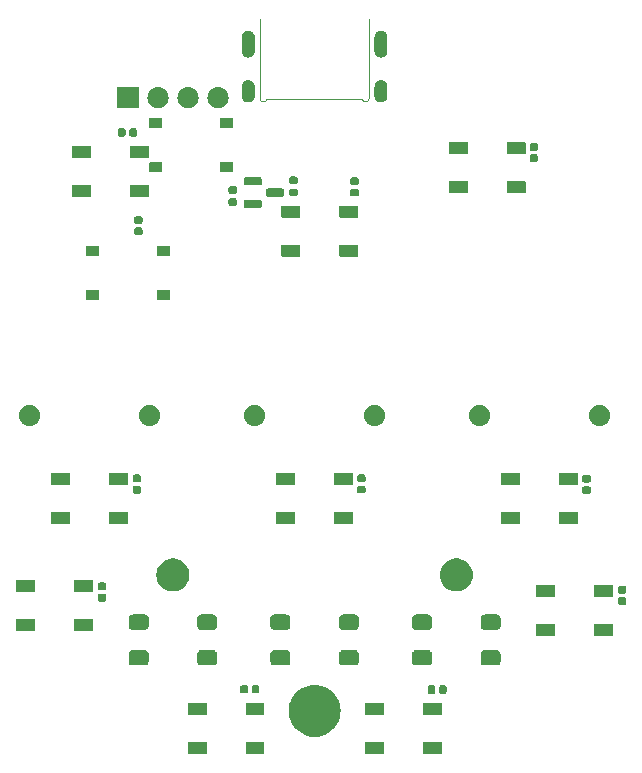
<source format=gbr>
%TF.GenerationSoftware,KiCad,Pcbnew,7.0.5*%
%TF.CreationDate,2023-07-14T09:41:44-05:00*%
%TF.ProjectId,RP2040,52503230-3430-42e6-9b69-6361645f7063,REV1*%
%TF.SameCoordinates,Original*%
%TF.FileFunction,Soldermask,Bot*%
%TF.FilePolarity,Negative*%
%FSLAX46Y46*%
G04 Gerber Fmt 4.6, Leading zero omitted, Abs format (unit mm)*
G04 Created by KiCad (PCBNEW 7.0.5) date 2023-07-14 09:41:44*
%MOMM*%
%LPD*%
G01*
G04 APERTURE LIST*
%TA.AperFunction,Profile*%
%ADD10C,0.120000*%
%TD*%
G04 APERTURE END LIST*
D10*
%TO.C,P1*%
X4620000Y26850000D02*
X4620000Y33550000D01*
X4025000Y26825000D02*
X-4025000Y26825000D01*
X-4620000Y26850000D02*
X-4625000Y33550000D01*
X4025000Y26825000D02*
G75*
G03*
X4620000Y26850000I297500J12500D01*
G01*
X-4620000Y26850000D02*
G75*
G03*
X-4025000Y26825000I297500J-12500D01*
G01*
%TD*%
G36*
X-9180483Y-27652882D02*
G01*
X-9163938Y-27663938D01*
X-9152882Y-27680483D01*
X-9149000Y-27700000D01*
X-9149000Y-28600000D01*
X-9152882Y-28619517D01*
X-9163938Y-28636062D01*
X-9180483Y-28647118D01*
X-9200000Y-28651000D01*
X-10700000Y-28651000D01*
X-10719517Y-28647118D01*
X-10736062Y-28636062D01*
X-10747118Y-28619517D01*
X-10751000Y-28600000D01*
X-10751000Y-27700000D01*
X-10747118Y-27680483D01*
X-10736062Y-27663938D01*
X-10719517Y-27652882D01*
X-10700000Y-27649000D01*
X-9200000Y-27649000D01*
X-9180483Y-27652882D01*
G37*
G36*
X-4280483Y-27652882D02*
G01*
X-4263938Y-27663938D01*
X-4252882Y-27680483D01*
X-4249000Y-27700000D01*
X-4249000Y-28600000D01*
X-4252882Y-28619517D01*
X-4263938Y-28636062D01*
X-4280483Y-28647118D01*
X-4300000Y-28651000D01*
X-5800000Y-28651000D01*
X-5819517Y-28647118D01*
X-5836062Y-28636062D01*
X-5847118Y-28619517D01*
X-5851000Y-28600000D01*
X-5851000Y-27700000D01*
X-5847118Y-27680483D01*
X-5836062Y-27663938D01*
X-5819517Y-27652882D01*
X-5800000Y-27649000D01*
X-4300000Y-27649000D01*
X-4280483Y-27652882D01*
G37*
G36*
X5819517Y-27652882D02*
G01*
X5836062Y-27663938D01*
X5847118Y-27680483D01*
X5851000Y-27700000D01*
X5851000Y-28600000D01*
X5847118Y-28619517D01*
X5836062Y-28636062D01*
X5819517Y-28647118D01*
X5800000Y-28651000D01*
X4300000Y-28651000D01*
X4280483Y-28647118D01*
X4263938Y-28636062D01*
X4252882Y-28619517D01*
X4249000Y-28600000D01*
X4249000Y-27700000D01*
X4252882Y-27680483D01*
X4263938Y-27663938D01*
X4280483Y-27652882D01*
X4300000Y-27649000D01*
X5800000Y-27649000D01*
X5819517Y-27652882D01*
G37*
G36*
X10719517Y-27652882D02*
G01*
X10736062Y-27663938D01*
X10747118Y-27680483D01*
X10751000Y-27700000D01*
X10751000Y-28600000D01*
X10747118Y-28619517D01*
X10736062Y-28636062D01*
X10719517Y-28647118D01*
X10700000Y-28651000D01*
X9200000Y-28651000D01*
X9180483Y-28647118D01*
X9163938Y-28636062D01*
X9152882Y-28619517D01*
X9149000Y-28600000D01*
X9149000Y-27700000D01*
X9152882Y-27680483D01*
X9163938Y-27663938D01*
X9180483Y-27652882D01*
X9200000Y-27649000D01*
X10700000Y-27649000D01*
X10719517Y-27652882D01*
G37*
G36*
X287288Y-22817830D02*
G01*
X569661Y-22873997D01*
X842286Y-22966541D01*
X1100500Y-23093878D01*
X1339884Y-23253829D01*
X1556342Y-23443658D01*
X1746171Y-23660116D01*
X1906122Y-23899500D01*
X2033459Y-24157714D01*
X2126003Y-24430339D01*
X2182170Y-24712712D01*
X2201000Y-25000000D01*
X2182170Y-25287288D01*
X2126003Y-25569661D01*
X2033459Y-25842286D01*
X1906122Y-26100500D01*
X1746171Y-26339884D01*
X1556342Y-26556342D01*
X1339884Y-26746171D01*
X1100500Y-26906122D01*
X842286Y-27033459D01*
X569661Y-27126003D01*
X287288Y-27182170D01*
X0Y-27201000D01*
X-287288Y-27182170D01*
X-569661Y-27126003D01*
X-842286Y-27033459D01*
X-1100500Y-26906122D01*
X-1339884Y-26746171D01*
X-1556342Y-26556342D01*
X-1746171Y-26339884D01*
X-1906122Y-26100500D01*
X-2033459Y-25842286D01*
X-2126003Y-25569661D01*
X-2182170Y-25287288D01*
X-2201000Y-25000000D01*
X-2182170Y-24712712D01*
X-2126003Y-24430339D01*
X-2033459Y-24157714D01*
X-1906122Y-23899500D01*
X-1746171Y-23660116D01*
X-1556342Y-23443658D01*
X-1339884Y-23253829D01*
X-1100500Y-23093878D01*
X-842286Y-22966541D01*
X-569661Y-22873997D01*
X-287288Y-22817830D01*
X0Y-22799000D01*
X287288Y-22817830D01*
G37*
G36*
X-9180483Y-24352882D02*
G01*
X-9163938Y-24363938D01*
X-9152882Y-24380483D01*
X-9149000Y-24400000D01*
X-9149000Y-25300000D01*
X-9152882Y-25319517D01*
X-9163938Y-25336062D01*
X-9180483Y-25347118D01*
X-9200000Y-25351000D01*
X-10700000Y-25351000D01*
X-10719517Y-25347118D01*
X-10736062Y-25336062D01*
X-10747118Y-25319517D01*
X-10751000Y-25300000D01*
X-10751000Y-24400000D01*
X-10747118Y-24380483D01*
X-10736062Y-24363938D01*
X-10719517Y-24352882D01*
X-10700000Y-24349000D01*
X-9200000Y-24349000D01*
X-9180483Y-24352882D01*
G37*
G36*
X-4280483Y-24352882D02*
G01*
X-4263938Y-24363938D01*
X-4252882Y-24380483D01*
X-4249000Y-24400000D01*
X-4249000Y-25300000D01*
X-4252882Y-25319517D01*
X-4263938Y-25336062D01*
X-4280483Y-25347118D01*
X-4300000Y-25351000D01*
X-5800000Y-25351000D01*
X-5819517Y-25347118D01*
X-5836062Y-25336062D01*
X-5847118Y-25319517D01*
X-5851000Y-25300000D01*
X-5851000Y-24400000D01*
X-5847118Y-24380483D01*
X-5836062Y-24363938D01*
X-5819517Y-24352882D01*
X-5800000Y-24349000D01*
X-4300000Y-24349000D01*
X-4280483Y-24352882D01*
G37*
G36*
X5819517Y-24352882D02*
G01*
X5836062Y-24363938D01*
X5847118Y-24380483D01*
X5851000Y-24400000D01*
X5851000Y-25300000D01*
X5847118Y-25319517D01*
X5836062Y-25336062D01*
X5819517Y-25347118D01*
X5800000Y-25351000D01*
X4300000Y-25351000D01*
X4280483Y-25347118D01*
X4263938Y-25336062D01*
X4252882Y-25319517D01*
X4249000Y-25300000D01*
X4249000Y-24400000D01*
X4252882Y-24380483D01*
X4263938Y-24363938D01*
X4280483Y-24352882D01*
X4300000Y-24349000D01*
X5800000Y-24349000D01*
X5819517Y-24352882D01*
G37*
G36*
X10719517Y-24352882D02*
G01*
X10736062Y-24363938D01*
X10747118Y-24380483D01*
X10751000Y-24400000D01*
X10751000Y-25300000D01*
X10747118Y-25319517D01*
X10736062Y-25336062D01*
X10719517Y-25347118D01*
X10700000Y-25351000D01*
X9200000Y-25351000D01*
X9180483Y-25347118D01*
X9163938Y-25336062D01*
X9152882Y-25319517D01*
X9149000Y-25300000D01*
X9149000Y-24400000D01*
X9152882Y-24380483D01*
X9163938Y-24363938D01*
X9180483Y-24352882D01*
X9200000Y-24349000D01*
X10700000Y-24349000D01*
X10719517Y-24352882D01*
G37*
G36*
X10103093Y-22853539D02*
G01*
X10165057Y-22894943D01*
X10206461Y-22956907D01*
X10221000Y-23030000D01*
X10221000Y-23370000D01*
X10206461Y-23443093D01*
X10165057Y-23505057D01*
X10103093Y-23546461D01*
X10030000Y-23561000D01*
X9750000Y-23561000D01*
X9676907Y-23546461D01*
X9614943Y-23505057D01*
X9573539Y-23443093D01*
X9559000Y-23370000D01*
X9559000Y-23030000D01*
X9573539Y-22956907D01*
X9614943Y-22894943D01*
X9676907Y-22853539D01*
X9750000Y-22839000D01*
X10030000Y-22839000D01*
X10103093Y-22853539D01*
G37*
G36*
X11063093Y-22853539D02*
G01*
X11125057Y-22894943D01*
X11166461Y-22956907D01*
X11181000Y-23030000D01*
X11181000Y-23370000D01*
X11166461Y-23443093D01*
X11125057Y-23505057D01*
X11063093Y-23546461D01*
X10990000Y-23561000D01*
X10710000Y-23561000D01*
X10636907Y-23546461D01*
X10574943Y-23505057D01*
X10533539Y-23443093D01*
X10519000Y-23370000D01*
X10519000Y-23030000D01*
X10533539Y-22956907D01*
X10574943Y-22894943D01*
X10636907Y-22853539D01*
X10710000Y-22839000D01*
X10990000Y-22839000D01*
X11063093Y-22853539D01*
G37*
G36*
X-5756907Y-22823539D02*
G01*
X-5694943Y-22864943D01*
X-5653539Y-22926907D01*
X-5639000Y-23000000D01*
X-5639000Y-23340000D01*
X-5653539Y-23413093D01*
X-5694943Y-23475057D01*
X-5756907Y-23516461D01*
X-5830000Y-23531000D01*
X-6110000Y-23531000D01*
X-6183093Y-23516461D01*
X-6245057Y-23475057D01*
X-6286461Y-23413093D01*
X-6301000Y-23340000D01*
X-6301000Y-23000000D01*
X-6286461Y-22926907D01*
X-6245057Y-22864943D01*
X-6183093Y-22823539D01*
X-6110000Y-22809000D01*
X-5830000Y-22809000D01*
X-5756907Y-22823539D01*
G37*
G36*
X-4796907Y-22823539D02*
G01*
X-4734943Y-22864943D01*
X-4693539Y-22926907D01*
X-4679000Y-23000000D01*
X-4679000Y-23340000D01*
X-4693539Y-23413093D01*
X-4734943Y-23475057D01*
X-4796907Y-23516461D01*
X-4870000Y-23531000D01*
X-5150000Y-23531000D01*
X-5223093Y-23516461D01*
X-5285057Y-23475057D01*
X-5326461Y-23413093D01*
X-5341000Y-23340000D01*
X-5341000Y-23000000D01*
X-5326461Y-22926907D01*
X-5285057Y-22864943D01*
X-5223093Y-22823539D01*
X-5150000Y-22809000D01*
X-4870000Y-22809000D01*
X-4796907Y-22823539D01*
G37*
G36*
X-14299847Y-19863592D02*
G01*
X-14294304Y-19866301D01*
X-14291708Y-19866713D01*
X-14250166Y-19887879D01*
X-14196042Y-19914339D01*
X-14114339Y-19996042D01*
X-14087868Y-20050189D01*
X-14066714Y-20091707D01*
X-14066304Y-20094301D01*
X-14063592Y-20099847D01*
X-14049000Y-20200000D01*
X-14049000Y-20800000D01*
X-14063592Y-20900153D01*
X-14066304Y-20905699D01*
X-14066714Y-20908292D01*
X-14087856Y-20949785D01*
X-14114339Y-21003958D01*
X-14196042Y-21085661D01*
X-14250215Y-21112144D01*
X-14291708Y-21133286D01*
X-14294301Y-21133696D01*
X-14299847Y-21136408D01*
X-14400000Y-21151000D01*
X-15400000Y-21151000D01*
X-15500153Y-21136408D01*
X-15505699Y-21133696D01*
X-15508293Y-21133286D01*
X-15549811Y-21112132D01*
X-15603958Y-21085661D01*
X-15685661Y-21003958D01*
X-15712121Y-20949834D01*
X-15733287Y-20908292D01*
X-15733699Y-20905696D01*
X-15736408Y-20900153D01*
X-15751000Y-20800000D01*
X-15751000Y-20200000D01*
X-15736408Y-20099847D01*
X-15733699Y-20094304D01*
X-15733287Y-20091707D01*
X-15712109Y-20050141D01*
X-15685661Y-19996042D01*
X-15603958Y-19914339D01*
X-15549859Y-19887891D01*
X-15508293Y-19866713D01*
X-15505696Y-19866301D01*
X-15500153Y-19863592D01*
X-15400000Y-19849000D01*
X-14400000Y-19849000D01*
X-14299847Y-19863592D01*
G37*
G36*
X-8499847Y-19863592D02*
G01*
X-8494304Y-19866301D01*
X-8491708Y-19866713D01*
X-8450166Y-19887879D01*
X-8396042Y-19914339D01*
X-8314339Y-19996042D01*
X-8287868Y-20050189D01*
X-8266714Y-20091707D01*
X-8266304Y-20094301D01*
X-8263592Y-20099847D01*
X-8249000Y-20200000D01*
X-8249000Y-20800000D01*
X-8263592Y-20900153D01*
X-8266304Y-20905699D01*
X-8266714Y-20908292D01*
X-8287856Y-20949785D01*
X-8314339Y-21003958D01*
X-8396042Y-21085661D01*
X-8450215Y-21112144D01*
X-8491708Y-21133286D01*
X-8494301Y-21133696D01*
X-8499847Y-21136408D01*
X-8600000Y-21151000D01*
X-9600000Y-21151000D01*
X-9700153Y-21136408D01*
X-9705699Y-21133696D01*
X-9708293Y-21133286D01*
X-9749811Y-21112132D01*
X-9803958Y-21085661D01*
X-9885661Y-21003958D01*
X-9912121Y-20949834D01*
X-9933287Y-20908292D01*
X-9933699Y-20905696D01*
X-9936408Y-20900153D01*
X-9951000Y-20800000D01*
X-9951000Y-20200000D01*
X-9936408Y-20099847D01*
X-9933699Y-20094304D01*
X-9933287Y-20091707D01*
X-9912109Y-20050141D01*
X-9885661Y-19996042D01*
X-9803958Y-19914339D01*
X-9749859Y-19887891D01*
X-9708293Y-19866713D01*
X-9705696Y-19866301D01*
X-9700153Y-19863592D01*
X-9600000Y-19849000D01*
X-8600000Y-19849000D01*
X-8499847Y-19863592D01*
G37*
G36*
X-2299847Y-19863592D02*
G01*
X-2294304Y-19866301D01*
X-2291708Y-19866713D01*
X-2250166Y-19887879D01*
X-2196042Y-19914339D01*
X-2114339Y-19996042D01*
X-2087868Y-20050189D01*
X-2066714Y-20091707D01*
X-2066304Y-20094301D01*
X-2063592Y-20099847D01*
X-2049000Y-20200000D01*
X-2049000Y-20800000D01*
X-2063592Y-20900153D01*
X-2066304Y-20905699D01*
X-2066714Y-20908292D01*
X-2087856Y-20949785D01*
X-2114339Y-21003958D01*
X-2196042Y-21085661D01*
X-2250215Y-21112144D01*
X-2291708Y-21133286D01*
X-2294301Y-21133696D01*
X-2299847Y-21136408D01*
X-2400000Y-21151000D01*
X-3400000Y-21151000D01*
X-3500153Y-21136408D01*
X-3505699Y-21133696D01*
X-3508293Y-21133286D01*
X-3549811Y-21112132D01*
X-3603958Y-21085661D01*
X-3685661Y-21003958D01*
X-3712121Y-20949834D01*
X-3733287Y-20908292D01*
X-3733699Y-20905696D01*
X-3736408Y-20900153D01*
X-3751000Y-20800000D01*
X-3751000Y-20200000D01*
X-3736408Y-20099847D01*
X-3733699Y-20094304D01*
X-3733287Y-20091707D01*
X-3712109Y-20050141D01*
X-3685661Y-19996042D01*
X-3603958Y-19914339D01*
X-3549859Y-19887891D01*
X-3508293Y-19866713D01*
X-3505696Y-19866301D01*
X-3500153Y-19863592D01*
X-3400000Y-19849000D01*
X-2400000Y-19849000D01*
X-2299847Y-19863592D01*
G37*
G36*
X3500153Y-19863592D02*
G01*
X3505696Y-19866301D01*
X3508292Y-19866713D01*
X3549834Y-19887879D01*
X3603958Y-19914339D01*
X3685661Y-19996042D01*
X3712132Y-20050189D01*
X3733286Y-20091707D01*
X3733696Y-20094301D01*
X3736408Y-20099847D01*
X3751000Y-20200000D01*
X3751000Y-20800000D01*
X3736408Y-20900153D01*
X3733696Y-20905699D01*
X3733286Y-20908292D01*
X3712144Y-20949785D01*
X3685661Y-21003958D01*
X3603958Y-21085661D01*
X3549785Y-21112144D01*
X3508292Y-21133286D01*
X3505699Y-21133696D01*
X3500153Y-21136408D01*
X3400000Y-21151000D01*
X2400000Y-21151000D01*
X2299847Y-21136408D01*
X2294301Y-21133696D01*
X2291707Y-21133286D01*
X2250189Y-21112132D01*
X2196042Y-21085661D01*
X2114339Y-21003958D01*
X2087879Y-20949834D01*
X2066713Y-20908292D01*
X2066301Y-20905696D01*
X2063592Y-20900153D01*
X2049000Y-20800000D01*
X2049000Y-20200000D01*
X2063592Y-20099847D01*
X2066301Y-20094304D01*
X2066713Y-20091707D01*
X2087891Y-20050141D01*
X2114339Y-19996042D01*
X2196042Y-19914339D01*
X2250141Y-19887891D01*
X2291707Y-19866713D01*
X2294304Y-19866301D01*
X2299847Y-19863592D01*
X2400000Y-19849000D01*
X3400000Y-19849000D01*
X3500153Y-19863592D01*
G37*
G36*
X9700153Y-19863592D02*
G01*
X9705696Y-19866301D01*
X9708292Y-19866713D01*
X9749834Y-19887879D01*
X9803958Y-19914339D01*
X9885661Y-19996042D01*
X9912132Y-20050189D01*
X9933286Y-20091707D01*
X9933696Y-20094301D01*
X9936408Y-20099847D01*
X9951000Y-20200000D01*
X9951000Y-20800000D01*
X9936408Y-20900153D01*
X9933696Y-20905699D01*
X9933286Y-20908292D01*
X9912144Y-20949785D01*
X9885661Y-21003958D01*
X9803958Y-21085661D01*
X9749785Y-21112144D01*
X9708292Y-21133286D01*
X9705699Y-21133696D01*
X9700153Y-21136408D01*
X9600000Y-21151000D01*
X8600000Y-21151000D01*
X8499847Y-21136408D01*
X8494301Y-21133696D01*
X8491707Y-21133286D01*
X8450189Y-21112132D01*
X8396042Y-21085661D01*
X8314339Y-21003958D01*
X8287879Y-20949834D01*
X8266713Y-20908292D01*
X8266301Y-20905696D01*
X8263592Y-20900153D01*
X8249000Y-20800000D01*
X8249000Y-20200000D01*
X8263592Y-20099847D01*
X8266301Y-20094304D01*
X8266713Y-20091707D01*
X8287891Y-20050141D01*
X8314339Y-19996042D01*
X8396042Y-19914339D01*
X8450141Y-19887891D01*
X8491707Y-19866713D01*
X8494304Y-19866301D01*
X8499847Y-19863592D01*
X8600000Y-19849000D01*
X9600000Y-19849000D01*
X9700153Y-19863592D01*
G37*
G36*
X15500153Y-19863592D02*
G01*
X15505696Y-19866301D01*
X15508292Y-19866713D01*
X15549834Y-19887879D01*
X15603958Y-19914339D01*
X15685661Y-19996042D01*
X15712132Y-20050189D01*
X15733286Y-20091707D01*
X15733696Y-20094301D01*
X15736408Y-20099847D01*
X15751000Y-20200000D01*
X15751000Y-20800000D01*
X15736408Y-20900153D01*
X15733696Y-20905699D01*
X15733286Y-20908292D01*
X15712144Y-20949785D01*
X15685661Y-21003958D01*
X15603958Y-21085661D01*
X15549785Y-21112144D01*
X15508292Y-21133286D01*
X15505699Y-21133696D01*
X15500153Y-21136408D01*
X15400000Y-21151000D01*
X14400000Y-21151000D01*
X14299847Y-21136408D01*
X14294301Y-21133696D01*
X14291707Y-21133286D01*
X14250189Y-21112132D01*
X14196042Y-21085661D01*
X14114339Y-21003958D01*
X14087879Y-20949834D01*
X14066713Y-20908292D01*
X14066301Y-20905696D01*
X14063592Y-20900153D01*
X14049000Y-20800000D01*
X14049000Y-20200000D01*
X14063592Y-20099847D01*
X14066301Y-20094304D01*
X14066713Y-20091707D01*
X14087891Y-20050141D01*
X14114339Y-19996042D01*
X14196042Y-19914339D01*
X14250141Y-19887891D01*
X14291707Y-19866713D01*
X14294304Y-19866301D01*
X14299847Y-19863592D01*
X14400000Y-19849000D01*
X15400000Y-19849000D01*
X15500153Y-19863592D01*
G37*
G36*
X20344517Y-17657882D02*
G01*
X20361062Y-17668938D01*
X20372118Y-17685483D01*
X20376000Y-17705000D01*
X20376000Y-18605000D01*
X20372118Y-18624517D01*
X20361062Y-18641062D01*
X20344517Y-18652118D01*
X20325000Y-18656000D01*
X18825000Y-18656000D01*
X18805483Y-18652118D01*
X18788938Y-18641062D01*
X18777882Y-18624517D01*
X18774000Y-18605000D01*
X18774000Y-17705000D01*
X18777882Y-17685483D01*
X18788938Y-17668938D01*
X18805483Y-17657882D01*
X18825000Y-17654000D01*
X20325000Y-17654000D01*
X20344517Y-17657882D01*
G37*
G36*
X25244517Y-17657882D02*
G01*
X25261062Y-17668938D01*
X25272118Y-17685483D01*
X25276000Y-17705000D01*
X25276000Y-18605000D01*
X25272118Y-18624517D01*
X25261062Y-18641062D01*
X25244517Y-18652118D01*
X25225000Y-18656000D01*
X23725000Y-18656000D01*
X23705483Y-18652118D01*
X23688938Y-18641062D01*
X23677882Y-18624517D01*
X23674000Y-18605000D01*
X23674000Y-17705000D01*
X23677882Y-17685483D01*
X23688938Y-17668938D01*
X23705483Y-17657882D01*
X23725000Y-17654000D01*
X25225000Y-17654000D01*
X25244517Y-17657882D01*
G37*
G36*
X-23710483Y-17252882D02*
G01*
X-23693938Y-17263938D01*
X-23682882Y-17280483D01*
X-23679000Y-17300000D01*
X-23679000Y-18200000D01*
X-23682882Y-18219517D01*
X-23693938Y-18236062D01*
X-23710483Y-18247118D01*
X-23730000Y-18251000D01*
X-25230000Y-18251000D01*
X-25249517Y-18247118D01*
X-25266062Y-18236062D01*
X-25277118Y-18219517D01*
X-25281000Y-18200000D01*
X-25281000Y-17300000D01*
X-25277118Y-17280483D01*
X-25266062Y-17263938D01*
X-25249517Y-17252882D01*
X-25230000Y-17249000D01*
X-23730000Y-17249000D01*
X-23710483Y-17252882D01*
G37*
G36*
X-18810483Y-17252882D02*
G01*
X-18793938Y-17263938D01*
X-18782882Y-17280483D01*
X-18779000Y-17300000D01*
X-18779000Y-18200000D01*
X-18782882Y-18219517D01*
X-18793938Y-18236062D01*
X-18810483Y-18247118D01*
X-18830000Y-18251000D01*
X-20330000Y-18251000D01*
X-20349517Y-18247118D01*
X-20366062Y-18236062D01*
X-20377118Y-18219517D01*
X-20381000Y-18200000D01*
X-20381000Y-17300000D01*
X-20377118Y-17280483D01*
X-20366062Y-17263938D01*
X-20349517Y-17252882D01*
X-20330000Y-17249000D01*
X-18830000Y-17249000D01*
X-18810483Y-17252882D01*
G37*
G36*
X-14299847Y-16863592D02*
G01*
X-14294304Y-16866301D01*
X-14291708Y-16866713D01*
X-14250166Y-16887879D01*
X-14196042Y-16914339D01*
X-14114339Y-16996042D01*
X-14087868Y-17050189D01*
X-14066714Y-17091707D01*
X-14066304Y-17094301D01*
X-14063592Y-17099847D01*
X-14049000Y-17200000D01*
X-14049000Y-17800000D01*
X-14063592Y-17900153D01*
X-14066304Y-17905699D01*
X-14066714Y-17908292D01*
X-14087856Y-17949785D01*
X-14114339Y-18003958D01*
X-14196042Y-18085661D01*
X-14250215Y-18112144D01*
X-14291708Y-18133286D01*
X-14294301Y-18133696D01*
X-14299847Y-18136408D01*
X-14400000Y-18151000D01*
X-15400000Y-18151000D01*
X-15500153Y-18136408D01*
X-15505699Y-18133696D01*
X-15508293Y-18133286D01*
X-15549811Y-18112132D01*
X-15603958Y-18085661D01*
X-15685661Y-18003958D01*
X-15712121Y-17949834D01*
X-15733287Y-17908292D01*
X-15733699Y-17905696D01*
X-15736408Y-17900153D01*
X-15751000Y-17800000D01*
X-15751000Y-17200000D01*
X-15736408Y-17099847D01*
X-15733699Y-17094304D01*
X-15733287Y-17091707D01*
X-15712109Y-17050141D01*
X-15685661Y-16996042D01*
X-15603958Y-16914339D01*
X-15549859Y-16887891D01*
X-15508293Y-16866713D01*
X-15505696Y-16866301D01*
X-15500153Y-16863592D01*
X-15400000Y-16849000D01*
X-14400000Y-16849000D01*
X-14299847Y-16863592D01*
G37*
G36*
X-8499847Y-16863592D02*
G01*
X-8494304Y-16866301D01*
X-8491708Y-16866713D01*
X-8450166Y-16887879D01*
X-8396042Y-16914339D01*
X-8314339Y-16996042D01*
X-8287868Y-17050189D01*
X-8266714Y-17091707D01*
X-8266304Y-17094301D01*
X-8263592Y-17099847D01*
X-8249000Y-17200000D01*
X-8249000Y-17800000D01*
X-8263592Y-17900153D01*
X-8266304Y-17905699D01*
X-8266714Y-17908292D01*
X-8287856Y-17949785D01*
X-8314339Y-18003958D01*
X-8396042Y-18085661D01*
X-8450215Y-18112144D01*
X-8491708Y-18133286D01*
X-8494301Y-18133696D01*
X-8499847Y-18136408D01*
X-8600000Y-18151000D01*
X-9600000Y-18151000D01*
X-9700153Y-18136408D01*
X-9705699Y-18133696D01*
X-9708293Y-18133286D01*
X-9749811Y-18112132D01*
X-9803958Y-18085661D01*
X-9885661Y-18003958D01*
X-9912121Y-17949834D01*
X-9933287Y-17908292D01*
X-9933699Y-17905696D01*
X-9936408Y-17900153D01*
X-9951000Y-17800000D01*
X-9951000Y-17200000D01*
X-9936408Y-17099847D01*
X-9933699Y-17094304D01*
X-9933287Y-17091707D01*
X-9912109Y-17050141D01*
X-9885661Y-16996042D01*
X-9803958Y-16914339D01*
X-9749859Y-16887891D01*
X-9708293Y-16866713D01*
X-9705696Y-16866301D01*
X-9700153Y-16863592D01*
X-9600000Y-16849000D01*
X-8600000Y-16849000D01*
X-8499847Y-16863592D01*
G37*
G36*
X-2299847Y-16863592D02*
G01*
X-2294304Y-16866301D01*
X-2291708Y-16866713D01*
X-2250166Y-16887879D01*
X-2196042Y-16914339D01*
X-2114339Y-16996042D01*
X-2087868Y-17050189D01*
X-2066714Y-17091707D01*
X-2066304Y-17094301D01*
X-2063592Y-17099847D01*
X-2049000Y-17200000D01*
X-2049000Y-17800000D01*
X-2063592Y-17900153D01*
X-2066304Y-17905699D01*
X-2066714Y-17908292D01*
X-2087856Y-17949785D01*
X-2114339Y-18003958D01*
X-2196042Y-18085661D01*
X-2250215Y-18112144D01*
X-2291708Y-18133286D01*
X-2294301Y-18133696D01*
X-2299847Y-18136408D01*
X-2400000Y-18151000D01*
X-3400000Y-18151000D01*
X-3500153Y-18136408D01*
X-3505699Y-18133696D01*
X-3508293Y-18133286D01*
X-3549811Y-18112132D01*
X-3603958Y-18085661D01*
X-3685661Y-18003958D01*
X-3712121Y-17949834D01*
X-3733287Y-17908292D01*
X-3733699Y-17905696D01*
X-3736408Y-17900153D01*
X-3751000Y-17800000D01*
X-3751000Y-17200000D01*
X-3736408Y-17099847D01*
X-3733699Y-17094304D01*
X-3733287Y-17091707D01*
X-3712109Y-17050141D01*
X-3685661Y-16996042D01*
X-3603958Y-16914339D01*
X-3549859Y-16887891D01*
X-3508293Y-16866713D01*
X-3505696Y-16866301D01*
X-3500153Y-16863592D01*
X-3400000Y-16849000D01*
X-2400000Y-16849000D01*
X-2299847Y-16863592D01*
G37*
G36*
X3500153Y-16863592D02*
G01*
X3505696Y-16866301D01*
X3508292Y-16866713D01*
X3549834Y-16887879D01*
X3603958Y-16914339D01*
X3685661Y-16996042D01*
X3712132Y-17050189D01*
X3733286Y-17091707D01*
X3733696Y-17094301D01*
X3736408Y-17099847D01*
X3751000Y-17200000D01*
X3751000Y-17800000D01*
X3736408Y-17900153D01*
X3733696Y-17905699D01*
X3733286Y-17908292D01*
X3712144Y-17949785D01*
X3685661Y-18003958D01*
X3603958Y-18085661D01*
X3549785Y-18112144D01*
X3508292Y-18133286D01*
X3505699Y-18133696D01*
X3500153Y-18136408D01*
X3400000Y-18151000D01*
X2400000Y-18151000D01*
X2299847Y-18136408D01*
X2294301Y-18133696D01*
X2291707Y-18133286D01*
X2250189Y-18112132D01*
X2196042Y-18085661D01*
X2114339Y-18003958D01*
X2087879Y-17949834D01*
X2066713Y-17908292D01*
X2066301Y-17905696D01*
X2063592Y-17900153D01*
X2049000Y-17800000D01*
X2049000Y-17200000D01*
X2063592Y-17099847D01*
X2066301Y-17094304D01*
X2066713Y-17091707D01*
X2087891Y-17050141D01*
X2114339Y-16996042D01*
X2196042Y-16914339D01*
X2250141Y-16887891D01*
X2291707Y-16866713D01*
X2294304Y-16866301D01*
X2299847Y-16863592D01*
X2400000Y-16849000D01*
X3400000Y-16849000D01*
X3500153Y-16863592D01*
G37*
G36*
X9700153Y-16863592D02*
G01*
X9705696Y-16866301D01*
X9708292Y-16866713D01*
X9749834Y-16887879D01*
X9803958Y-16914339D01*
X9885661Y-16996042D01*
X9912132Y-17050189D01*
X9933286Y-17091707D01*
X9933696Y-17094301D01*
X9936408Y-17099847D01*
X9951000Y-17200000D01*
X9951000Y-17800000D01*
X9936408Y-17900153D01*
X9933696Y-17905699D01*
X9933286Y-17908292D01*
X9912144Y-17949785D01*
X9885661Y-18003958D01*
X9803958Y-18085661D01*
X9749785Y-18112144D01*
X9708292Y-18133286D01*
X9705699Y-18133696D01*
X9700153Y-18136408D01*
X9600000Y-18151000D01*
X8600000Y-18151000D01*
X8499847Y-18136408D01*
X8494301Y-18133696D01*
X8491707Y-18133286D01*
X8450189Y-18112132D01*
X8396042Y-18085661D01*
X8314339Y-18003958D01*
X8287879Y-17949834D01*
X8266713Y-17908292D01*
X8266301Y-17905696D01*
X8263592Y-17900153D01*
X8249000Y-17800000D01*
X8249000Y-17200000D01*
X8263592Y-17099847D01*
X8266301Y-17094304D01*
X8266713Y-17091707D01*
X8287891Y-17050141D01*
X8314339Y-16996042D01*
X8396042Y-16914339D01*
X8450141Y-16887891D01*
X8491707Y-16866713D01*
X8494304Y-16866301D01*
X8499847Y-16863592D01*
X8600000Y-16849000D01*
X9600000Y-16849000D01*
X9700153Y-16863592D01*
G37*
G36*
X15500153Y-16863592D02*
G01*
X15505696Y-16866301D01*
X15508292Y-16866713D01*
X15549834Y-16887879D01*
X15603958Y-16914339D01*
X15685661Y-16996042D01*
X15712132Y-17050189D01*
X15733286Y-17091707D01*
X15733696Y-17094301D01*
X15736408Y-17099847D01*
X15751000Y-17200000D01*
X15751000Y-17800000D01*
X15736408Y-17900153D01*
X15733696Y-17905699D01*
X15733286Y-17908292D01*
X15712144Y-17949785D01*
X15685661Y-18003958D01*
X15603958Y-18085661D01*
X15549785Y-18112144D01*
X15508292Y-18133286D01*
X15505699Y-18133696D01*
X15500153Y-18136408D01*
X15400000Y-18151000D01*
X14400000Y-18151000D01*
X14299847Y-18136408D01*
X14294301Y-18133696D01*
X14291707Y-18133286D01*
X14250189Y-18112132D01*
X14196042Y-18085661D01*
X14114339Y-18003958D01*
X14087879Y-17949834D01*
X14066713Y-17908292D01*
X14066301Y-17905696D01*
X14063592Y-17900153D01*
X14049000Y-17800000D01*
X14049000Y-17200000D01*
X14063592Y-17099847D01*
X14066301Y-17094304D01*
X14066713Y-17091707D01*
X14087891Y-17050141D01*
X14114339Y-16996042D01*
X14196042Y-16914339D01*
X14250141Y-16887891D01*
X14291707Y-16866713D01*
X14294304Y-16866301D01*
X14299847Y-16863592D01*
X14400000Y-16849000D01*
X15400000Y-16849000D01*
X15500153Y-16863592D01*
G37*
G36*
X26288093Y-15388539D02*
G01*
X26350057Y-15429943D01*
X26391461Y-15491907D01*
X26406000Y-15565000D01*
X26406000Y-15845000D01*
X26391461Y-15918093D01*
X26350057Y-15980057D01*
X26288093Y-16021461D01*
X26215000Y-16036000D01*
X25875000Y-16036000D01*
X25801907Y-16021461D01*
X25739943Y-15980057D01*
X25698539Y-15918093D01*
X25684000Y-15845000D01*
X25684000Y-15565000D01*
X25698539Y-15491907D01*
X25739943Y-15429943D01*
X25801907Y-15388539D01*
X25875000Y-15374000D01*
X26215000Y-15374000D01*
X26288093Y-15388539D01*
G37*
G36*
X-17756907Y-15113539D02*
G01*
X-17694943Y-15154943D01*
X-17653539Y-15216907D01*
X-17639000Y-15290000D01*
X-17639000Y-15570000D01*
X-17653539Y-15643093D01*
X-17694943Y-15705057D01*
X-17756907Y-15746461D01*
X-17830000Y-15761000D01*
X-18170000Y-15761000D01*
X-18243093Y-15746461D01*
X-18305057Y-15705057D01*
X-18346461Y-15643093D01*
X-18361000Y-15570000D01*
X-18361000Y-15290000D01*
X-18346461Y-15216907D01*
X-18305057Y-15154943D01*
X-18243093Y-15113539D01*
X-18170000Y-15099000D01*
X-17830000Y-15099000D01*
X-17756907Y-15113539D01*
G37*
G36*
X20344517Y-14357882D02*
G01*
X20361062Y-14368938D01*
X20372118Y-14385483D01*
X20376000Y-14405000D01*
X20376000Y-15305000D01*
X20372118Y-15324517D01*
X20361062Y-15341062D01*
X20344517Y-15352118D01*
X20325000Y-15356000D01*
X18825000Y-15356000D01*
X18805483Y-15352118D01*
X18788938Y-15341062D01*
X18777882Y-15324517D01*
X18774000Y-15305000D01*
X18774000Y-14405000D01*
X18777882Y-14385483D01*
X18788938Y-14368938D01*
X18805483Y-14357882D01*
X18825000Y-14354000D01*
X20325000Y-14354000D01*
X20344517Y-14357882D01*
G37*
G36*
X25244517Y-14357882D02*
G01*
X25261062Y-14368938D01*
X25272118Y-14385483D01*
X25276000Y-14405000D01*
X25276000Y-15305000D01*
X25272118Y-15324517D01*
X25261062Y-15341062D01*
X25244517Y-15352118D01*
X25225000Y-15356000D01*
X23725000Y-15356000D01*
X23705483Y-15352118D01*
X23688938Y-15341062D01*
X23677882Y-15324517D01*
X23674000Y-15305000D01*
X23674000Y-14405000D01*
X23677882Y-14385483D01*
X23688938Y-14368938D01*
X23705483Y-14357882D01*
X23725000Y-14354000D01*
X25225000Y-14354000D01*
X25244517Y-14357882D01*
G37*
G36*
X26288093Y-14428539D02*
G01*
X26350057Y-14469943D01*
X26391461Y-14531907D01*
X26406000Y-14605000D01*
X26406000Y-14885000D01*
X26391461Y-14958093D01*
X26350057Y-15020057D01*
X26288093Y-15061461D01*
X26215000Y-15076000D01*
X25875000Y-15076000D01*
X25801907Y-15061461D01*
X25739943Y-15020057D01*
X25698539Y-14958093D01*
X25684000Y-14885000D01*
X25684000Y-14605000D01*
X25698539Y-14531907D01*
X25739943Y-14469943D01*
X25801907Y-14428539D01*
X25875000Y-14414000D01*
X26215000Y-14414000D01*
X26288093Y-14428539D01*
G37*
G36*
X-23710483Y-13952882D02*
G01*
X-23693938Y-13963938D01*
X-23682882Y-13980483D01*
X-23679000Y-14000000D01*
X-23679000Y-14900000D01*
X-23682882Y-14919517D01*
X-23693938Y-14936062D01*
X-23710483Y-14947118D01*
X-23730000Y-14951000D01*
X-25230000Y-14951000D01*
X-25249517Y-14947118D01*
X-25266062Y-14936062D01*
X-25277118Y-14919517D01*
X-25281000Y-14900000D01*
X-25281000Y-14000000D01*
X-25277118Y-13980483D01*
X-25266062Y-13963938D01*
X-25249517Y-13952882D01*
X-25230000Y-13949000D01*
X-23730000Y-13949000D01*
X-23710483Y-13952882D01*
G37*
G36*
X-18810483Y-13952882D02*
G01*
X-18793938Y-13963938D01*
X-18782882Y-13980483D01*
X-18779000Y-14000000D01*
X-18779000Y-14900000D01*
X-18782882Y-14919517D01*
X-18793938Y-14936062D01*
X-18810483Y-14947118D01*
X-18830000Y-14951000D01*
X-20330000Y-14951000D01*
X-20349517Y-14947118D01*
X-20366062Y-14936062D01*
X-20377118Y-14919517D01*
X-20381000Y-14900000D01*
X-20381000Y-14000000D01*
X-20377118Y-13980483D01*
X-20366062Y-13963938D01*
X-20349517Y-13952882D01*
X-20330000Y-13949000D01*
X-18830000Y-13949000D01*
X-18810483Y-13952882D01*
G37*
G36*
X-11656075Y-12141870D02*
G01*
X-11437225Y-12217002D01*
X-11233726Y-12327130D01*
X-11051129Y-12469251D01*
X-10894414Y-12639488D01*
X-10767857Y-12833198D01*
X-10674910Y-13045096D01*
X-10618108Y-13269403D01*
X-10599000Y-13500000D01*
X-10618108Y-13730597D01*
X-10674910Y-13954904D01*
X-10767857Y-14166802D01*
X-10894414Y-14360512D01*
X-11051129Y-14530749D01*
X-11233726Y-14672870D01*
X-11437225Y-14782998D01*
X-11656075Y-14858130D01*
X-11884306Y-14896215D01*
X-12115694Y-14896215D01*
X-12343925Y-14858130D01*
X-12562775Y-14782998D01*
X-12766274Y-14672870D01*
X-12948871Y-14530749D01*
X-13105586Y-14360512D01*
X-13232143Y-14166802D01*
X-13325090Y-13954904D01*
X-13381892Y-13730597D01*
X-13401000Y-13500000D01*
X-13381892Y-13269403D01*
X-13325090Y-13045096D01*
X-13232143Y-12833198D01*
X-13105586Y-12639488D01*
X-12948871Y-12469251D01*
X-12766274Y-12327130D01*
X-12562775Y-12217002D01*
X-12343925Y-12141870D01*
X-12115694Y-12103785D01*
X-11884306Y-12103785D01*
X-11656075Y-12141870D01*
G37*
G36*
X12343925Y-12141870D02*
G01*
X12562775Y-12217002D01*
X12766274Y-12327130D01*
X12948871Y-12469251D01*
X13105586Y-12639488D01*
X13232143Y-12833198D01*
X13325090Y-13045096D01*
X13381892Y-13269403D01*
X13401000Y-13500000D01*
X13381892Y-13730597D01*
X13325090Y-13954904D01*
X13232143Y-14166802D01*
X13105586Y-14360512D01*
X12948871Y-14530749D01*
X12766274Y-14672870D01*
X12562775Y-14782998D01*
X12343925Y-14858130D01*
X12115694Y-14896215D01*
X11884306Y-14896215D01*
X11656075Y-14858130D01*
X11437225Y-14782998D01*
X11233726Y-14672870D01*
X11051129Y-14530749D01*
X10894414Y-14360512D01*
X10767857Y-14166802D01*
X10674910Y-13954904D01*
X10618108Y-13730597D01*
X10599000Y-13500000D01*
X10618108Y-13269403D01*
X10674910Y-13045096D01*
X10767857Y-12833198D01*
X10894414Y-12639488D01*
X11051129Y-12469251D01*
X11233726Y-12327130D01*
X11437225Y-12217002D01*
X11656075Y-12141870D01*
X11884306Y-12103785D01*
X12115694Y-12103785D01*
X12343925Y-12141870D01*
G37*
G36*
X-17756907Y-14153539D02*
G01*
X-17694943Y-14194943D01*
X-17653539Y-14256907D01*
X-17639000Y-14330000D01*
X-17639000Y-14610000D01*
X-17653539Y-14683093D01*
X-17694943Y-14745057D01*
X-17756907Y-14786461D01*
X-17830000Y-14801000D01*
X-18170000Y-14801000D01*
X-18243093Y-14786461D01*
X-18305057Y-14745057D01*
X-18346461Y-14683093D01*
X-18361000Y-14610000D01*
X-18361000Y-14330000D01*
X-18346461Y-14256907D01*
X-18305057Y-14194943D01*
X-18243093Y-14153539D01*
X-18170000Y-14139000D01*
X-17830000Y-14139000D01*
X-17756907Y-14153539D01*
G37*
G36*
X-20730483Y-8152882D02*
G01*
X-20713938Y-8163938D01*
X-20702882Y-8180483D01*
X-20699000Y-8200000D01*
X-20699000Y-9100000D01*
X-20702882Y-9119517D01*
X-20713938Y-9136062D01*
X-20730483Y-9147118D01*
X-20750000Y-9151000D01*
X-22250000Y-9151000D01*
X-22269517Y-9147118D01*
X-22286062Y-9136062D01*
X-22297118Y-9119517D01*
X-22301000Y-9100000D01*
X-22301000Y-8200000D01*
X-22297118Y-8180483D01*
X-22286062Y-8163938D01*
X-22269517Y-8152882D01*
X-22250000Y-8149000D01*
X-20750000Y-8149000D01*
X-20730483Y-8152882D01*
G37*
G36*
X-15830483Y-8152882D02*
G01*
X-15813938Y-8163938D01*
X-15802882Y-8180483D01*
X-15799000Y-8200000D01*
X-15799000Y-9100000D01*
X-15802882Y-9119517D01*
X-15813938Y-9136062D01*
X-15830483Y-9147118D01*
X-15850000Y-9151000D01*
X-17350000Y-9151000D01*
X-17369517Y-9147118D01*
X-17386062Y-9136062D01*
X-17397118Y-9119517D01*
X-17401000Y-9100000D01*
X-17401000Y-8200000D01*
X-17397118Y-8180483D01*
X-17386062Y-8163938D01*
X-17369517Y-8152882D01*
X-17350000Y-8149000D01*
X-15850000Y-8149000D01*
X-15830483Y-8152882D01*
G37*
G36*
X-1680483Y-8152882D02*
G01*
X-1663938Y-8163938D01*
X-1652882Y-8180483D01*
X-1649000Y-8200000D01*
X-1649000Y-9100000D01*
X-1652882Y-9119517D01*
X-1663938Y-9136062D01*
X-1680483Y-9147118D01*
X-1700000Y-9151000D01*
X-3200000Y-9151000D01*
X-3219517Y-9147118D01*
X-3236062Y-9136062D01*
X-3247118Y-9119517D01*
X-3251000Y-9100000D01*
X-3251000Y-8200000D01*
X-3247118Y-8180483D01*
X-3236062Y-8163938D01*
X-3219517Y-8152882D01*
X-3200000Y-8149000D01*
X-1700000Y-8149000D01*
X-1680483Y-8152882D01*
G37*
G36*
X3219517Y-8152882D02*
G01*
X3236062Y-8163938D01*
X3247118Y-8180483D01*
X3251000Y-8200000D01*
X3251000Y-9100000D01*
X3247118Y-9119517D01*
X3236062Y-9136062D01*
X3219517Y-9147118D01*
X3200000Y-9151000D01*
X1700000Y-9151000D01*
X1680483Y-9147118D01*
X1663938Y-9136062D01*
X1652882Y-9119517D01*
X1649000Y-9100000D01*
X1649000Y-8200000D01*
X1652882Y-8180483D01*
X1663938Y-8163938D01*
X1680483Y-8152882D01*
X1700000Y-8149000D01*
X3200000Y-8149000D01*
X3219517Y-8152882D01*
G37*
G36*
X17369517Y-8152882D02*
G01*
X17386062Y-8163938D01*
X17397118Y-8180483D01*
X17401000Y-8200000D01*
X17401000Y-9100000D01*
X17397118Y-9119517D01*
X17386062Y-9136062D01*
X17369517Y-9147118D01*
X17350000Y-9151000D01*
X15850000Y-9151000D01*
X15830483Y-9147118D01*
X15813938Y-9136062D01*
X15802882Y-9119517D01*
X15799000Y-9100000D01*
X15799000Y-8200000D01*
X15802882Y-8180483D01*
X15813938Y-8163938D01*
X15830483Y-8152882D01*
X15850000Y-8149000D01*
X17350000Y-8149000D01*
X17369517Y-8152882D01*
G37*
G36*
X22269517Y-8152882D02*
G01*
X22286062Y-8163938D01*
X22297118Y-8180483D01*
X22301000Y-8200000D01*
X22301000Y-9100000D01*
X22297118Y-9119517D01*
X22286062Y-9136062D01*
X22269517Y-9147118D01*
X22250000Y-9151000D01*
X20750000Y-9151000D01*
X20730483Y-9147118D01*
X20713938Y-9136062D01*
X20702882Y-9119517D01*
X20699000Y-9100000D01*
X20699000Y-8200000D01*
X20702882Y-8180483D01*
X20713938Y-8163938D01*
X20730483Y-8152882D01*
X20750000Y-8149000D01*
X22250000Y-8149000D01*
X22269517Y-8152882D01*
G37*
G36*
X23263093Y-5993539D02*
G01*
X23325057Y-6034943D01*
X23366461Y-6096907D01*
X23381000Y-6170000D01*
X23381000Y-6450000D01*
X23366461Y-6523093D01*
X23325057Y-6585057D01*
X23263093Y-6626461D01*
X23190000Y-6641000D01*
X22850000Y-6641000D01*
X22776907Y-6626461D01*
X22714943Y-6585057D01*
X22673539Y-6523093D01*
X22659000Y-6450000D01*
X22659000Y-6170000D01*
X22673539Y-6096907D01*
X22714943Y-6034943D01*
X22776907Y-5993539D01*
X22850000Y-5979000D01*
X23190000Y-5979000D01*
X23263093Y-5993539D01*
G37*
G36*
X-14806907Y-5963539D02*
G01*
X-14744943Y-6004943D01*
X-14703539Y-6066907D01*
X-14689000Y-6140000D01*
X-14689000Y-6420000D01*
X-14703539Y-6493093D01*
X-14744943Y-6555057D01*
X-14806907Y-6596461D01*
X-14880000Y-6611000D01*
X-15220000Y-6611000D01*
X-15293093Y-6596461D01*
X-15355057Y-6555057D01*
X-15396461Y-6493093D01*
X-15411000Y-6420000D01*
X-15411000Y-6140000D01*
X-15396461Y-6066907D01*
X-15355057Y-6004943D01*
X-15293093Y-5963539D01*
X-15220000Y-5949000D01*
X-14880000Y-5949000D01*
X-14806907Y-5963539D01*
G37*
G36*
X4203093Y-5953539D02*
G01*
X4265057Y-5994943D01*
X4306461Y-6056907D01*
X4321000Y-6130000D01*
X4321000Y-6410000D01*
X4306461Y-6483093D01*
X4265057Y-6545057D01*
X4203093Y-6586461D01*
X4130000Y-6601000D01*
X3790000Y-6601000D01*
X3716907Y-6586461D01*
X3654943Y-6545057D01*
X3613539Y-6483093D01*
X3599000Y-6410000D01*
X3599000Y-6130000D01*
X3613539Y-6056907D01*
X3654943Y-5994943D01*
X3716907Y-5953539D01*
X3790000Y-5939000D01*
X4130000Y-5939000D01*
X4203093Y-5953539D01*
G37*
G36*
X-20730483Y-4852882D02*
G01*
X-20713938Y-4863938D01*
X-20702882Y-4880483D01*
X-20699000Y-4900000D01*
X-20699000Y-5800000D01*
X-20702882Y-5819517D01*
X-20713938Y-5836062D01*
X-20730483Y-5847118D01*
X-20750000Y-5851000D01*
X-22250000Y-5851000D01*
X-22269517Y-5847118D01*
X-22286062Y-5836062D01*
X-22297118Y-5819517D01*
X-22301000Y-5800000D01*
X-22301000Y-4900000D01*
X-22297118Y-4880483D01*
X-22286062Y-4863938D01*
X-22269517Y-4852882D01*
X-22250000Y-4849000D01*
X-20750000Y-4849000D01*
X-20730483Y-4852882D01*
G37*
G36*
X-15830483Y-4852882D02*
G01*
X-15813938Y-4863938D01*
X-15802882Y-4880483D01*
X-15799000Y-4900000D01*
X-15799000Y-5800000D01*
X-15802882Y-5819517D01*
X-15813938Y-5836062D01*
X-15830483Y-5847118D01*
X-15850000Y-5851000D01*
X-17350000Y-5851000D01*
X-17369517Y-5847118D01*
X-17386062Y-5836062D01*
X-17397118Y-5819517D01*
X-17401000Y-5800000D01*
X-17401000Y-4900000D01*
X-17397118Y-4880483D01*
X-17386062Y-4863938D01*
X-17369517Y-4852882D01*
X-17350000Y-4849000D01*
X-15850000Y-4849000D01*
X-15830483Y-4852882D01*
G37*
G36*
X-1680483Y-4852882D02*
G01*
X-1663938Y-4863938D01*
X-1652882Y-4880483D01*
X-1649000Y-4900000D01*
X-1649000Y-5800000D01*
X-1652882Y-5819517D01*
X-1663938Y-5836062D01*
X-1680483Y-5847118D01*
X-1700000Y-5851000D01*
X-3200000Y-5851000D01*
X-3219517Y-5847118D01*
X-3236062Y-5836062D01*
X-3247118Y-5819517D01*
X-3251000Y-5800000D01*
X-3251000Y-4900000D01*
X-3247118Y-4880483D01*
X-3236062Y-4863938D01*
X-3219517Y-4852882D01*
X-3200000Y-4849000D01*
X-1700000Y-4849000D01*
X-1680483Y-4852882D01*
G37*
G36*
X3219517Y-4852882D02*
G01*
X3236062Y-4863938D01*
X3247118Y-4880483D01*
X3251000Y-4900000D01*
X3251000Y-5800000D01*
X3247118Y-5819517D01*
X3236062Y-5836062D01*
X3219517Y-5847118D01*
X3200000Y-5851000D01*
X1700000Y-5851000D01*
X1680483Y-5847118D01*
X1663938Y-5836062D01*
X1652882Y-5819517D01*
X1649000Y-5800000D01*
X1649000Y-4900000D01*
X1652882Y-4880483D01*
X1663938Y-4863938D01*
X1680483Y-4852882D01*
X1700000Y-4849000D01*
X3200000Y-4849000D01*
X3219517Y-4852882D01*
G37*
G36*
X17369517Y-4852882D02*
G01*
X17386062Y-4863938D01*
X17397118Y-4880483D01*
X17401000Y-4900000D01*
X17401000Y-5800000D01*
X17397118Y-5819517D01*
X17386062Y-5836062D01*
X17369517Y-5847118D01*
X17350000Y-5851000D01*
X15850000Y-5851000D01*
X15830483Y-5847118D01*
X15813938Y-5836062D01*
X15802882Y-5819517D01*
X15799000Y-5800000D01*
X15799000Y-4900000D01*
X15802882Y-4880483D01*
X15813938Y-4863938D01*
X15830483Y-4852882D01*
X15850000Y-4849000D01*
X17350000Y-4849000D01*
X17369517Y-4852882D01*
G37*
G36*
X22269517Y-4852882D02*
G01*
X22286062Y-4863938D01*
X22297118Y-4880483D01*
X22301000Y-4900000D01*
X22301000Y-5800000D01*
X22297118Y-5819517D01*
X22286062Y-5836062D01*
X22269517Y-5847118D01*
X22250000Y-5851000D01*
X20750000Y-5851000D01*
X20730483Y-5847118D01*
X20713938Y-5836062D01*
X20702882Y-5819517D01*
X20699000Y-5800000D01*
X20699000Y-4900000D01*
X20702882Y-4880483D01*
X20713938Y-4863938D01*
X20730483Y-4852882D01*
X20750000Y-4849000D01*
X22250000Y-4849000D01*
X22269517Y-4852882D01*
G37*
G36*
X23263093Y-5033539D02*
G01*
X23325057Y-5074943D01*
X23366461Y-5136907D01*
X23381000Y-5210000D01*
X23381000Y-5490000D01*
X23366461Y-5563093D01*
X23325057Y-5625057D01*
X23263093Y-5666461D01*
X23190000Y-5681000D01*
X22850000Y-5681000D01*
X22776907Y-5666461D01*
X22714943Y-5625057D01*
X22673539Y-5563093D01*
X22659000Y-5490000D01*
X22659000Y-5210000D01*
X22673539Y-5136907D01*
X22714943Y-5074943D01*
X22776907Y-5033539D01*
X22850000Y-5019000D01*
X23190000Y-5019000D01*
X23263093Y-5033539D01*
G37*
G36*
X-14806907Y-5003539D02*
G01*
X-14744943Y-5044943D01*
X-14703539Y-5106907D01*
X-14689000Y-5180000D01*
X-14689000Y-5460000D01*
X-14703539Y-5533093D01*
X-14744943Y-5595057D01*
X-14806907Y-5636461D01*
X-14880000Y-5651000D01*
X-15220000Y-5651000D01*
X-15293093Y-5636461D01*
X-15355057Y-5595057D01*
X-15396461Y-5533093D01*
X-15411000Y-5460000D01*
X-15411000Y-5180000D01*
X-15396461Y-5106907D01*
X-15355057Y-5044943D01*
X-15293093Y-5003539D01*
X-15220000Y-4989000D01*
X-14880000Y-4989000D01*
X-14806907Y-5003539D01*
G37*
G36*
X4203093Y-4993539D02*
G01*
X4265057Y-5034943D01*
X4306461Y-5096907D01*
X4321000Y-5170000D01*
X4321000Y-5450000D01*
X4306461Y-5523093D01*
X4265057Y-5585057D01*
X4203093Y-5626461D01*
X4130000Y-5641000D01*
X3790000Y-5641000D01*
X3716907Y-5626461D01*
X3654943Y-5585057D01*
X3613539Y-5523093D01*
X3599000Y-5450000D01*
X3599000Y-5170000D01*
X3613539Y-5096907D01*
X3654943Y-5034943D01*
X3716907Y-4993539D01*
X3790000Y-4979000D01*
X4130000Y-4979000D01*
X4203093Y-4993539D01*
G37*
G36*
X-24082087Y896064D02*
G01*
X-24035820Y896064D01*
X-23995871Y887573D01*
X-23954267Y883475D01*
X-23902002Y867621D01*
X-23851576Y856902D01*
X-23819306Y842535D01*
X-23785288Y832215D01*
X-23731233Y803322D01*
X-23679500Y780289D01*
X-23655449Y762815D01*
X-23629553Y748973D01*
X-23576729Y705622D01*
X-23527113Y669573D01*
X-23511004Y651682D01*
X-23493052Y636949D01*
X-23444812Y578169D01*
X-23401076Y529595D01*
X-23391889Y513681D01*
X-23381028Y500448D01*
X-23340851Y425281D01*
X-23306896Y366470D01*
X-23302991Y354450D01*
X-23297786Y344713D01*
X-23269087Y250104D01*
X-23248689Y187328D01*
X-23247972Y180498D01*
X-23246526Y175734D01*
X-23232464Y32958D01*
X-23229000Y0D01*
X-23232465Y-32959D01*
X-23246526Y-175733D01*
X-23247971Y-180496D01*
X-23248689Y-187328D01*
X-23269091Y-250117D01*
X-23297786Y-344712D01*
X-23302990Y-354447D01*
X-23306896Y-366470D01*
X-23340858Y-425293D01*
X-23381028Y-500447D01*
X-23391887Y-513677D01*
X-23401076Y-529595D01*
X-23444822Y-578178D01*
X-23493052Y-636948D01*
X-23511000Y-651677D01*
X-23527113Y-669573D01*
X-23576740Y-705628D01*
X-23629553Y-748972D01*
X-23655443Y-762810D01*
X-23679500Y-780289D01*
X-23731244Y-803326D01*
X-23785288Y-832214D01*
X-23819299Y-842531D01*
X-23851576Y-856902D01*
X-23902013Y-867622D01*
X-23954267Y-883474D01*
X-23995862Y-887570D01*
X-24035820Y-896064D01*
X-24082097Y-896064D01*
X-24130000Y-900782D01*
X-24177903Y-896064D01*
X-24224180Y-896064D01*
X-24264138Y-887570D01*
X-24305734Y-883474D01*
X-24357991Y-867621D01*
X-24408424Y-856902D01*
X-24440700Y-842532D01*
X-24474713Y-832214D01*
X-24528763Y-803323D01*
X-24580500Y-780289D01*
X-24604555Y-762812D01*
X-24630448Y-748972D01*
X-24683270Y-705622D01*
X-24732887Y-669573D01*
X-24748998Y-651680D01*
X-24766949Y-636948D01*
X-24815191Y-578166D01*
X-24858924Y-529595D01*
X-24868112Y-513681D01*
X-24878973Y-500447D01*
X-24919156Y-425269D01*
X-24953104Y-366470D01*
X-24957009Y-354451D01*
X-24962215Y-344712D01*
X-24990925Y-250071D01*
X-25011311Y-187328D01*
X-25012029Y-180501D01*
X-25013475Y-175733D01*
X-25027552Y-32808D01*
X-25031000Y0D01*
X-25027552Y32806D01*
X-25013475Y175734D01*
X-25012029Y180503D01*
X-25011311Y187328D01*
X-24990929Y250058D01*
X-24962215Y344713D01*
X-24957009Y354455D01*
X-24953104Y366470D01*
X-24919164Y425258D01*
X-24878973Y500448D01*
X-24868110Y513686D01*
X-24858924Y529595D01*
X-24815200Y578157D01*
X-24766949Y636949D01*
X-24748995Y651685D01*
X-24732887Y669573D01*
X-24683280Y705615D01*
X-24630448Y748973D01*
X-24604550Y762817D01*
X-24580500Y780289D01*
X-24528774Y803319D01*
X-24474713Y832215D01*
X-24440693Y842536D01*
X-24408424Y856902D01*
X-24358002Y867620D01*
X-24305734Y883475D01*
X-24264129Y887573D01*
X-24224180Y896064D01*
X-24177914Y896064D01*
X-24130000Y900783D01*
X-24082087Y896064D01*
G37*
G36*
X-13922087Y896064D02*
G01*
X-13875820Y896064D01*
X-13835871Y887573D01*
X-13794267Y883475D01*
X-13742002Y867621D01*
X-13691576Y856902D01*
X-13659306Y842535D01*
X-13625288Y832215D01*
X-13571233Y803322D01*
X-13519500Y780289D01*
X-13495449Y762815D01*
X-13469553Y748973D01*
X-13416729Y705622D01*
X-13367113Y669573D01*
X-13351004Y651682D01*
X-13333052Y636949D01*
X-13284812Y578169D01*
X-13241076Y529595D01*
X-13231889Y513681D01*
X-13221028Y500448D01*
X-13180851Y425281D01*
X-13146896Y366470D01*
X-13142991Y354450D01*
X-13137786Y344713D01*
X-13109087Y250104D01*
X-13088689Y187328D01*
X-13087972Y180498D01*
X-13086526Y175734D01*
X-13072464Y32958D01*
X-13069000Y0D01*
X-13072465Y-32959D01*
X-13086526Y-175733D01*
X-13087971Y-180496D01*
X-13088689Y-187328D01*
X-13109091Y-250117D01*
X-13137786Y-344712D01*
X-13142990Y-354447D01*
X-13146896Y-366470D01*
X-13180858Y-425293D01*
X-13221028Y-500447D01*
X-13231887Y-513677D01*
X-13241076Y-529595D01*
X-13284822Y-578178D01*
X-13333052Y-636948D01*
X-13351000Y-651677D01*
X-13367113Y-669573D01*
X-13416740Y-705628D01*
X-13469553Y-748972D01*
X-13495443Y-762810D01*
X-13519500Y-780289D01*
X-13571244Y-803326D01*
X-13625288Y-832214D01*
X-13659299Y-842531D01*
X-13691576Y-856902D01*
X-13742013Y-867622D01*
X-13794267Y-883474D01*
X-13835862Y-887570D01*
X-13875820Y-896064D01*
X-13922097Y-896064D01*
X-13970000Y-900782D01*
X-14017903Y-896064D01*
X-14064180Y-896064D01*
X-14104138Y-887570D01*
X-14145734Y-883474D01*
X-14197991Y-867621D01*
X-14248424Y-856902D01*
X-14280700Y-842532D01*
X-14314713Y-832214D01*
X-14368763Y-803323D01*
X-14420500Y-780289D01*
X-14444555Y-762812D01*
X-14470448Y-748972D01*
X-14523270Y-705622D01*
X-14572887Y-669573D01*
X-14588998Y-651680D01*
X-14606949Y-636948D01*
X-14655191Y-578166D01*
X-14698924Y-529595D01*
X-14708112Y-513681D01*
X-14718973Y-500447D01*
X-14759156Y-425269D01*
X-14793104Y-366470D01*
X-14797009Y-354451D01*
X-14802215Y-344712D01*
X-14830925Y-250071D01*
X-14851311Y-187328D01*
X-14852029Y-180501D01*
X-14853475Y-175733D01*
X-14867552Y-32808D01*
X-14871000Y0D01*
X-14867552Y32806D01*
X-14853475Y175734D01*
X-14852029Y180503D01*
X-14851311Y187328D01*
X-14830929Y250058D01*
X-14802215Y344713D01*
X-14797009Y354455D01*
X-14793104Y366470D01*
X-14759164Y425258D01*
X-14718973Y500448D01*
X-14708110Y513686D01*
X-14698924Y529595D01*
X-14655200Y578157D01*
X-14606949Y636949D01*
X-14588995Y651685D01*
X-14572887Y669573D01*
X-14523280Y705615D01*
X-14470448Y748973D01*
X-14444550Y762817D01*
X-14420500Y780289D01*
X-14368774Y803319D01*
X-14314713Y832215D01*
X-14280693Y842536D01*
X-14248424Y856902D01*
X-14198002Y867620D01*
X-14145734Y883475D01*
X-14104129Y887573D01*
X-14064180Y896064D01*
X-14017914Y896064D01*
X-13970000Y900783D01*
X-13922087Y896064D01*
G37*
G36*
X-5032087Y896064D02*
G01*
X-4985820Y896064D01*
X-4945871Y887573D01*
X-4904267Y883475D01*
X-4852002Y867621D01*
X-4801576Y856902D01*
X-4769306Y842535D01*
X-4735288Y832215D01*
X-4681233Y803322D01*
X-4629500Y780289D01*
X-4605449Y762815D01*
X-4579553Y748973D01*
X-4526729Y705622D01*
X-4477113Y669573D01*
X-4461004Y651682D01*
X-4443052Y636949D01*
X-4394812Y578169D01*
X-4351076Y529595D01*
X-4341889Y513681D01*
X-4331028Y500448D01*
X-4290851Y425281D01*
X-4256896Y366470D01*
X-4252991Y354450D01*
X-4247786Y344713D01*
X-4219087Y250104D01*
X-4198689Y187328D01*
X-4197972Y180498D01*
X-4196526Y175734D01*
X-4182464Y32958D01*
X-4179000Y0D01*
X-4182465Y-32959D01*
X-4196526Y-175733D01*
X-4197971Y-180496D01*
X-4198689Y-187328D01*
X-4219091Y-250117D01*
X-4247786Y-344712D01*
X-4252990Y-354447D01*
X-4256896Y-366470D01*
X-4290858Y-425293D01*
X-4331028Y-500447D01*
X-4341887Y-513677D01*
X-4351076Y-529595D01*
X-4394822Y-578178D01*
X-4443052Y-636948D01*
X-4461000Y-651677D01*
X-4477113Y-669573D01*
X-4526740Y-705628D01*
X-4579553Y-748972D01*
X-4605443Y-762810D01*
X-4629500Y-780289D01*
X-4681244Y-803326D01*
X-4735288Y-832214D01*
X-4769299Y-842531D01*
X-4801576Y-856902D01*
X-4852013Y-867622D01*
X-4904267Y-883474D01*
X-4945862Y-887570D01*
X-4985820Y-896064D01*
X-5032097Y-896064D01*
X-5080000Y-900782D01*
X-5127903Y-896064D01*
X-5174180Y-896064D01*
X-5214138Y-887570D01*
X-5255734Y-883474D01*
X-5307991Y-867621D01*
X-5358424Y-856902D01*
X-5390700Y-842532D01*
X-5424713Y-832214D01*
X-5478763Y-803323D01*
X-5530500Y-780289D01*
X-5554555Y-762812D01*
X-5580448Y-748972D01*
X-5633270Y-705622D01*
X-5682887Y-669573D01*
X-5698998Y-651680D01*
X-5716949Y-636948D01*
X-5765191Y-578166D01*
X-5808924Y-529595D01*
X-5818112Y-513681D01*
X-5828973Y-500447D01*
X-5869156Y-425269D01*
X-5903104Y-366470D01*
X-5907009Y-354451D01*
X-5912215Y-344712D01*
X-5940925Y-250071D01*
X-5961311Y-187328D01*
X-5962029Y-180501D01*
X-5963475Y-175733D01*
X-5977552Y-32808D01*
X-5981000Y0D01*
X-5977552Y32806D01*
X-5963475Y175734D01*
X-5962029Y180503D01*
X-5961311Y187328D01*
X-5940929Y250058D01*
X-5912215Y344713D01*
X-5907009Y354455D01*
X-5903104Y366470D01*
X-5869164Y425258D01*
X-5828973Y500448D01*
X-5818110Y513686D01*
X-5808924Y529595D01*
X-5765200Y578157D01*
X-5716949Y636949D01*
X-5698995Y651685D01*
X-5682887Y669573D01*
X-5633280Y705615D01*
X-5580448Y748973D01*
X-5554550Y762817D01*
X-5530500Y780289D01*
X-5478774Y803319D01*
X-5424713Y832215D01*
X-5390693Y842536D01*
X-5358424Y856902D01*
X-5308002Y867620D01*
X-5255734Y883475D01*
X-5214129Y887573D01*
X-5174180Y896064D01*
X-5127914Y896064D01*
X-5080000Y900783D01*
X-5032087Y896064D01*
G37*
G36*
X5127913Y896064D02*
G01*
X5174180Y896064D01*
X5214129Y887573D01*
X5255733Y883475D01*
X5307998Y867621D01*
X5358424Y856902D01*
X5390694Y842535D01*
X5424712Y832215D01*
X5478767Y803322D01*
X5530500Y780289D01*
X5554551Y762815D01*
X5580447Y748973D01*
X5633271Y705622D01*
X5682887Y669573D01*
X5698996Y651682D01*
X5716948Y636949D01*
X5765188Y578169D01*
X5808924Y529595D01*
X5818111Y513681D01*
X5828972Y500448D01*
X5869149Y425281D01*
X5903104Y366470D01*
X5907009Y354450D01*
X5912214Y344713D01*
X5940913Y250104D01*
X5961311Y187328D01*
X5962028Y180498D01*
X5963474Y175734D01*
X5977536Y32958D01*
X5981000Y0D01*
X5977535Y-32959D01*
X5963474Y-175733D01*
X5962029Y-180496D01*
X5961311Y-187328D01*
X5940909Y-250117D01*
X5912214Y-344712D01*
X5907010Y-354447D01*
X5903104Y-366470D01*
X5869142Y-425293D01*
X5828972Y-500447D01*
X5818113Y-513677D01*
X5808924Y-529595D01*
X5765178Y-578178D01*
X5716948Y-636948D01*
X5699000Y-651677D01*
X5682887Y-669573D01*
X5633260Y-705628D01*
X5580447Y-748972D01*
X5554557Y-762810D01*
X5530500Y-780289D01*
X5478756Y-803326D01*
X5424712Y-832214D01*
X5390701Y-842531D01*
X5358424Y-856902D01*
X5307987Y-867622D01*
X5255733Y-883474D01*
X5214138Y-887570D01*
X5174180Y-896064D01*
X5127902Y-896064D01*
X5079999Y-900782D01*
X5032096Y-896064D01*
X4985820Y-896064D01*
X4945862Y-887570D01*
X4904266Y-883474D01*
X4852009Y-867621D01*
X4801576Y-856902D01*
X4769300Y-842532D01*
X4735287Y-832214D01*
X4681237Y-803323D01*
X4629500Y-780289D01*
X4605445Y-762812D01*
X4579552Y-748972D01*
X4526730Y-705622D01*
X4477113Y-669573D01*
X4461002Y-651680D01*
X4443051Y-636948D01*
X4394809Y-578166D01*
X4351076Y-529595D01*
X4341888Y-513681D01*
X4331027Y-500447D01*
X4290844Y-425269D01*
X4256896Y-366470D01*
X4252991Y-354451D01*
X4247785Y-344712D01*
X4219075Y-250071D01*
X4198689Y-187328D01*
X4197971Y-180501D01*
X4196525Y-175733D01*
X4182448Y-32808D01*
X4179000Y0D01*
X4182448Y32806D01*
X4196525Y175734D01*
X4197971Y180503D01*
X4198689Y187328D01*
X4219071Y250058D01*
X4247785Y344713D01*
X4252991Y354455D01*
X4256896Y366470D01*
X4290836Y425258D01*
X4331027Y500448D01*
X4341890Y513686D01*
X4351076Y529595D01*
X4394800Y578157D01*
X4443051Y636949D01*
X4461005Y651685D01*
X4477113Y669573D01*
X4526720Y705615D01*
X4579552Y748973D01*
X4605450Y762817D01*
X4629500Y780289D01*
X4681226Y803319D01*
X4735287Y832215D01*
X4769307Y842536D01*
X4801576Y856902D01*
X4851998Y867620D01*
X4904266Y883475D01*
X4945871Y887573D01*
X4985820Y896064D01*
X5032086Y896064D01*
X5079999Y900783D01*
X5127913Y896064D01*
G37*
G36*
X14017913Y896064D02*
G01*
X14064180Y896064D01*
X14104129Y887573D01*
X14145733Y883475D01*
X14197998Y867621D01*
X14248424Y856902D01*
X14280694Y842535D01*
X14314712Y832215D01*
X14368767Y803322D01*
X14420500Y780289D01*
X14444551Y762815D01*
X14470447Y748973D01*
X14523271Y705622D01*
X14572887Y669573D01*
X14588996Y651682D01*
X14606948Y636949D01*
X14655188Y578169D01*
X14698924Y529595D01*
X14708111Y513681D01*
X14718972Y500448D01*
X14759149Y425281D01*
X14793104Y366470D01*
X14797009Y354450D01*
X14802214Y344713D01*
X14830913Y250104D01*
X14851311Y187328D01*
X14852028Y180498D01*
X14853474Y175734D01*
X14867536Y32958D01*
X14871000Y0D01*
X14867535Y-32959D01*
X14853474Y-175733D01*
X14852029Y-180496D01*
X14851311Y-187328D01*
X14830909Y-250117D01*
X14802214Y-344712D01*
X14797010Y-354447D01*
X14793104Y-366470D01*
X14759142Y-425293D01*
X14718972Y-500447D01*
X14708113Y-513677D01*
X14698924Y-529595D01*
X14655178Y-578178D01*
X14606948Y-636948D01*
X14589000Y-651677D01*
X14572887Y-669573D01*
X14523260Y-705628D01*
X14470447Y-748972D01*
X14444557Y-762810D01*
X14420500Y-780289D01*
X14368756Y-803326D01*
X14314712Y-832214D01*
X14280701Y-842531D01*
X14248424Y-856902D01*
X14197987Y-867622D01*
X14145733Y-883474D01*
X14104138Y-887570D01*
X14064180Y-896064D01*
X14017902Y-896064D01*
X13969999Y-900782D01*
X13922096Y-896064D01*
X13875820Y-896064D01*
X13835862Y-887570D01*
X13794266Y-883474D01*
X13742009Y-867621D01*
X13691576Y-856902D01*
X13659300Y-842532D01*
X13625287Y-832214D01*
X13571237Y-803323D01*
X13519500Y-780289D01*
X13495445Y-762812D01*
X13469552Y-748972D01*
X13416730Y-705622D01*
X13367113Y-669573D01*
X13351002Y-651680D01*
X13333051Y-636948D01*
X13284809Y-578166D01*
X13241076Y-529595D01*
X13231888Y-513681D01*
X13221027Y-500447D01*
X13180844Y-425269D01*
X13146896Y-366470D01*
X13142991Y-354451D01*
X13137785Y-344712D01*
X13109075Y-250071D01*
X13088689Y-187328D01*
X13087971Y-180501D01*
X13086525Y-175733D01*
X13072448Y-32808D01*
X13069000Y0D01*
X13072448Y32806D01*
X13086525Y175734D01*
X13087971Y180503D01*
X13088689Y187328D01*
X13109071Y250058D01*
X13137785Y344713D01*
X13142991Y354455D01*
X13146896Y366470D01*
X13180836Y425258D01*
X13221027Y500448D01*
X13231890Y513686D01*
X13241076Y529595D01*
X13284800Y578157D01*
X13333051Y636949D01*
X13351005Y651685D01*
X13367113Y669573D01*
X13416720Y705615D01*
X13469552Y748973D01*
X13495450Y762817D01*
X13519500Y780289D01*
X13571226Y803319D01*
X13625287Y832215D01*
X13659307Y842536D01*
X13691576Y856902D01*
X13741998Y867620D01*
X13794266Y883475D01*
X13835871Y887573D01*
X13875820Y896064D01*
X13922086Y896064D01*
X13969999Y900783D01*
X14017913Y896064D01*
G37*
G36*
X24177913Y896064D02*
G01*
X24224180Y896064D01*
X24264129Y887573D01*
X24305733Y883475D01*
X24357998Y867621D01*
X24408424Y856902D01*
X24440694Y842535D01*
X24474712Y832215D01*
X24528767Y803322D01*
X24580500Y780289D01*
X24604551Y762815D01*
X24630447Y748973D01*
X24683271Y705622D01*
X24732887Y669573D01*
X24748996Y651682D01*
X24766948Y636949D01*
X24815188Y578169D01*
X24858924Y529595D01*
X24868111Y513681D01*
X24878972Y500448D01*
X24919149Y425281D01*
X24953104Y366470D01*
X24957009Y354450D01*
X24962214Y344713D01*
X24990913Y250104D01*
X25011311Y187328D01*
X25012028Y180498D01*
X25013474Y175734D01*
X25027536Y32958D01*
X25031000Y0D01*
X25027535Y-32959D01*
X25013474Y-175733D01*
X25012029Y-180496D01*
X25011311Y-187328D01*
X24990909Y-250117D01*
X24962214Y-344712D01*
X24957010Y-354447D01*
X24953104Y-366470D01*
X24919142Y-425293D01*
X24878972Y-500447D01*
X24868113Y-513677D01*
X24858924Y-529595D01*
X24815178Y-578178D01*
X24766948Y-636948D01*
X24749000Y-651677D01*
X24732887Y-669573D01*
X24683260Y-705628D01*
X24630447Y-748972D01*
X24604557Y-762810D01*
X24580500Y-780289D01*
X24528756Y-803326D01*
X24474712Y-832214D01*
X24440701Y-842531D01*
X24408424Y-856902D01*
X24357987Y-867622D01*
X24305733Y-883474D01*
X24264138Y-887570D01*
X24224180Y-896064D01*
X24177903Y-896064D01*
X24130000Y-900782D01*
X24082097Y-896064D01*
X24035820Y-896064D01*
X23995862Y-887570D01*
X23954266Y-883474D01*
X23902009Y-867621D01*
X23851576Y-856902D01*
X23819300Y-842532D01*
X23785287Y-832214D01*
X23731237Y-803323D01*
X23679500Y-780289D01*
X23655445Y-762812D01*
X23629552Y-748972D01*
X23576730Y-705622D01*
X23527113Y-669573D01*
X23511002Y-651680D01*
X23493051Y-636948D01*
X23444809Y-578166D01*
X23401076Y-529595D01*
X23391888Y-513681D01*
X23381027Y-500447D01*
X23340844Y-425269D01*
X23306896Y-366470D01*
X23302991Y-354451D01*
X23297785Y-344712D01*
X23269075Y-250071D01*
X23248689Y-187328D01*
X23247971Y-180501D01*
X23246525Y-175733D01*
X23232448Y-32808D01*
X23229000Y0D01*
X23232448Y32806D01*
X23246525Y175734D01*
X23247971Y180503D01*
X23248689Y187328D01*
X23269071Y250058D01*
X23297785Y344713D01*
X23302991Y354455D01*
X23306896Y366470D01*
X23340836Y425258D01*
X23381027Y500448D01*
X23391890Y513686D01*
X23401076Y529595D01*
X23444800Y578157D01*
X23493051Y636949D01*
X23511005Y651685D01*
X23527113Y669573D01*
X23576720Y705615D01*
X23629552Y748973D01*
X23655450Y762817D01*
X23679500Y780289D01*
X23731226Y803319D01*
X23785287Y832215D01*
X23819307Y842536D01*
X23851576Y856902D01*
X23901998Y867620D01*
X23954266Y883475D01*
X23995871Y887573D01*
X24035820Y896064D01*
X24082086Y896064D01*
X24129999Y900783D01*
X24177913Y896064D01*
G37*
G36*
X-18260483Y10632118D02*
G01*
X-18243938Y10621062D01*
X-18232882Y10604517D01*
X-18229000Y10585000D01*
X-18229000Y9835000D01*
X-18232882Y9815483D01*
X-18243938Y9798938D01*
X-18260483Y9787882D01*
X-18280000Y9784000D01*
X-19280000Y9784000D01*
X-19299517Y9787882D01*
X-19316062Y9798938D01*
X-19327118Y9815483D01*
X-19331000Y9835000D01*
X-19331000Y10585000D01*
X-19327118Y10604517D01*
X-19316062Y10621062D01*
X-19299517Y10632118D01*
X-19280000Y10636000D01*
X-18280000Y10636000D01*
X-18260483Y10632118D01*
G37*
G36*
X-12260483Y10632118D02*
G01*
X-12243938Y10621062D01*
X-12232882Y10604517D01*
X-12229000Y10585000D01*
X-12229000Y9835000D01*
X-12232882Y9815483D01*
X-12243938Y9798938D01*
X-12260483Y9787882D01*
X-12280000Y9784000D01*
X-13280000Y9784000D01*
X-13299517Y9787882D01*
X-13316062Y9798938D01*
X-13327118Y9815483D01*
X-13331000Y9835000D01*
X-13331000Y10585000D01*
X-13327118Y10604517D01*
X-13316062Y10621062D01*
X-13299517Y10632118D01*
X-13280000Y10636000D01*
X-12280000Y10636000D01*
X-12260483Y10632118D01*
G37*
G36*
X-1250483Y14457118D02*
G01*
X-1233938Y14446062D01*
X-1222882Y14429517D01*
X-1219000Y14410000D01*
X-1219000Y13510000D01*
X-1222882Y13490483D01*
X-1233938Y13473938D01*
X-1250483Y13462882D01*
X-1270000Y13459000D01*
X-2770000Y13459000D01*
X-2789517Y13462882D01*
X-2806062Y13473938D01*
X-2817118Y13490483D01*
X-2821000Y13510000D01*
X-2821000Y14410000D01*
X-2817118Y14429517D01*
X-2806062Y14446062D01*
X-2789517Y14457118D01*
X-2770000Y14461000D01*
X-1270000Y14461000D01*
X-1250483Y14457118D01*
G37*
G36*
X3649517Y14457118D02*
G01*
X3666062Y14446062D01*
X3677118Y14429517D01*
X3681000Y14410000D01*
X3681000Y13510000D01*
X3677118Y13490483D01*
X3666062Y13473938D01*
X3649517Y13462882D01*
X3630000Y13459000D01*
X2130000Y13459000D01*
X2110483Y13462882D01*
X2093938Y13473938D01*
X2082882Y13490483D01*
X2079000Y13510000D01*
X2079000Y14410000D01*
X2082882Y14429517D01*
X2093938Y14446062D01*
X2110483Y14457118D01*
X2130000Y14461000D01*
X3630000Y14461000D01*
X3649517Y14457118D01*
G37*
G36*
X-18260483Y14382118D02*
G01*
X-18243938Y14371062D01*
X-18232882Y14354517D01*
X-18229000Y14335000D01*
X-18229000Y13585000D01*
X-18232882Y13565483D01*
X-18243938Y13548938D01*
X-18260483Y13537882D01*
X-18280000Y13534000D01*
X-19280000Y13534000D01*
X-19299517Y13537882D01*
X-19316062Y13548938D01*
X-19327118Y13565483D01*
X-19331000Y13585000D01*
X-19331000Y14335000D01*
X-19327118Y14354517D01*
X-19316062Y14371062D01*
X-19299517Y14382118D01*
X-19280000Y14386000D01*
X-18280000Y14386000D01*
X-18260483Y14382118D01*
G37*
G36*
X-12260483Y14382118D02*
G01*
X-12243938Y14371062D01*
X-12232882Y14354517D01*
X-12229000Y14335000D01*
X-12229000Y13585000D01*
X-12232882Y13565483D01*
X-12243938Y13548938D01*
X-12260483Y13537882D01*
X-12280000Y13534000D01*
X-13280000Y13534000D01*
X-13299517Y13537882D01*
X-13316062Y13548938D01*
X-13327118Y13565483D01*
X-13331000Y13585000D01*
X-13331000Y14335000D01*
X-13327118Y14354517D01*
X-13316062Y14371062D01*
X-13299517Y14382118D01*
X-13280000Y14386000D01*
X-12280000Y14386000D01*
X-12260483Y14382118D01*
G37*
G36*
X-14676907Y15916461D02*
G01*
X-14614943Y15875057D01*
X-14573539Y15813093D01*
X-14559000Y15740000D01*
X-14559000Y15460000D01*
X-14573539Y15386907D01*
X-14614943Y15324943D01*
X-14676907Y15283539D01*
X-14750000Y15269000D01*
X-15090000Y15269000D01*
X-15163093Y15283539D01*
X-15225057Y15324943D01*
X-15266461Y15386907D01*
X-15281000Y15460000D01*
X-15281000Y15740000D01*
X-15266461Y15813093D01*
X-15225057Y15875057D01*
X-15163093Y15916461D01*
X-15090000Y15931000D01*
X-14750000Y15931000D01*
X-14676907Y15916461D01*
G37*
G36*
X-14676907Y16876461D02*
G01*
X-14614943Y16835057D01*
X-14573539Y16773093D01*
X-14559000Y16700000D01*
X-14559000Y16420000D01*
X-14573539Y16346907D01*
X-14614943Y16284943D01*
X-14676907Y16243539D01*
X-14750000Y16229000D01*
X-15090000Y16229000D01*
X-15163093Y16243539D01*
X-15225057Y16284943D01*
X-15266461Y16346907D01*
X-15281000Y16420000D01*
X-15281000Y16700000D01*
X-15266461Y16773093D01*
X-15225057Y16835057D01*
X-15163093Y16876461D01*
X-15090000Y16891000D01*
X-14750000Y16891000D01*
X-14676907Y16876461D01*
G37*
G36*
X-1250483Y17757118D02*
G01*
X-1233938Y17746062D01*
X-1222882Y17729517D01*
X-1219000Y17710000D01*
X-1219000Y16810000D01*
X-1222882Y16790483D01*
X-1233938Y16773938D01*
X-1250483Y16762882D01*
X-1270000Y16759000D01*
X-2770000Y16759000D01*
X-2789517Y16762882D01*
X-2806062Y16773938D01*
X-2817118Y16790483D01*
X-2821000Y16810000D01*
X-2821000Y17710000D01*
X-2817118Y17729517D01*
X-2806062Y17746062D01*
X-2789517Y17757118D01*
X-2770000Y17761000D01*
X-1270000Y17761000D01*
X-1250483Y17757118D01*
G37*
G36*
X3649517Y17757118D02*
G01*
X3666062Y17746062D01*
X3677118Y17729517D01*
X3681000Y17710000D01*
X3681000Y16810000D01*
X3677118Y16790483D01*
X3666062Y16773938D01*
X3649517Y16762882D01*
X3630000Y16759000D01*
X2130000Y16759000D01*
X2110483Y16762882D01*
X2093938Y16773938D01*
X2082882Y16790483D01*
X2079000Y16810000D01*
X2079000Y17710000D01*
X2082882Y17729517D01*
X2093938Y17746062D01*
X2110483Y17757118D01*
X2130000Y17761000D01*
X3630000Y17761000D01*
X3649517Y17757118D01*
G37*
G36*
X-4565581Y18265700D02*
G01*
X-4500372Y18222128D01*
X-4456800Y18156919D01*
X-4441500Y18080000D01*
X-4441500Y17780000D01*
X-4456800Y17703081D01*
X-4500372Y17637872D01*
X-4565581Y17594300D01*
X-4642500Y17579000D01*
X-5817500Y17579000D01*
X-5894419Y17594300D01*
X-5959628Y17637872D01*
X-6003200Y17703081D01*
X-6018500Y17780000D01*
X-6018500Y18080000D01*
X-6003200Y18156919D01*
X-5959628Y18222128D01*
X-5894419Y18265700D01*
X-5817500Y18281000D01*
X-4642500Y18281000D01*
X-4565581Y18265700D01*
G37*
G36*
X-6676321Y18386842D02*
G01*
X-6615978Y18346522D01*
X-6575658Y18286179D01*
X-6561500Y18215000D01*
X-6561500Y17945000D01*
X-6575658Y17873821D01*
X-6615978Y17813478D01*
X-6676321Y17773158D01*
X-6747500Y17759000D01*
X-7117500Y17759000D01*
X-7188679Y17773158D01*
X-7249022Y17813478D01*
X-7289342Y17873821D01*
X-7303500Y17945000D01*
X-7303500Y18215000D01*
X-7289342Y18286179D01*
X-7249022Y18346522D01*
X-7188679Y18386842D01*
X-7117500Y18401000D01*
X-6747500Y18401000D01*
X-6676321Y18386842D01*
G37*
G36*
X-18950483Y19517118D02*
G01*
X-18933938Y19506062D01*
X-18922882Y19489517D01*
X-18919000Y19470000D01*
X-18919000Y18570000D01*
X-18922882Y18550483D01*
X-18933938Y18533938D01*
X-18950483Y18522882D01*
X-18970000Y18519000D01*
X-20470000Y18519000D01*
X-20489517Y18522882D01*
X-20506062Y18533938D01*
X-20517118Y18550483D01*
X-20521000Y18570000D01*
X-20521000Y19470000D01*
X-20517118Y19489517D01*
X-20506062Y19506062D01*
X-20489517Y19517118D01*
X-20470000Y19521000D01*
X-18970000Y19521000D01*
X-18950483Y19517118D01*
G37*
G36*
X-14050483Y19517118D02*
G01*
X-14033938Y19506062D01*
X-14022882Y19489517D01*
X-14019000Y19470000D01*
X-14019000Y18570000D01*
X-14022882Y18550483D01*
X-14033938Y18533938D01*
X-14050483Y18522882D01*
X-14070000Y18519000D01*
X-15570000Y18519000D01*
X-15589517Y18522882D01*
X-15606062Y18533938D01*
X-15617118Y18550483D01*
X-15621000Y18570000D01*
X-15621000Y19470000D01*
X-15617118Y19489517D01*
X-15606062Y19506062D01*
X-15589517Y19517118D01*
X-15570000Y19521000D01*
X-14070000Y19521000D01*
X-14050483Y19517118D01*
G37*
G36*
X-2690581Y19215700D02*
G01*
X-2625372Y19172128D01*
X-2581800Y19106919D01*
X-2566500Y19030000D01*
X-2566500Y18730000D01*
X-2581800Y18653081D01*
X-2625372Y18587872D01*
X-2690581Y18544300D01*
X-2767500Y18529000D01*
X-3942500Y18529000D01*
X-4019419Y18544300D01*
X-4084628Y18587872D01*
X-4128200Y18653081D01*
X-4143500Y18730000D01*
X-4143500Y19030000D01*
X-4128200Y19106919D01*
X-4084628Y19172128D01*
X-4019419Y19215700D01*
X-3942500Y19231000D01*
X-2767500Y19231000D01*
X-2690581Y19215700D01*
G37*
G36*
X3623093Y19196461D02*
G01*
X3685057Y19155057D01*
X3726461Y19093093D01*
X3741000Y19020000D01*
X3741000Y18740000D01*
X3726461Y18666907D01*
X3685057Y18604943D01*
X3623093Y18563539D01*
X3550000Y18549000D01*
X3210000Y18549000D01*
X3136907Y18563539D01*
X3074943Y18604943D01*
X3033539Y18666907D01*
X3019000Y18740000D01*
X3019000Y19020000D01*
X3033539Y19093093D01*
X3074943Y19155057D01*
X3136907Y19196461D01*
X3210000Y19211000D01*
X3550000Y19211000D01*
X3623093Y19196461D01*
G37*
G36*
X-1548821Y19201842D02*
G01*
X-1488478Y19161522D01*
X-1448158Y19101179D01*
X-1434000Y19030000D01*
X-1434000Y18760000D01*
X-1448158Y18688821D01*
X-1488478Y18628478D01*
X-1548821Y18588158D01*
X-1620000Y18574000D01*
X-1990000Y18574000D01*
X-2061179Y18588158D01*
X-2121522Y18628478D01*
X-2161842Y18688821D01*
X-2176000Y18760000D01*
X-2176000Y19030000D01*
X-2161842Y19101179D01*
X-2121522Y19161522D01*
X-2061179Y19201842D01*
X-1990000Y19216000D01*
X-1620000Y19216000D01*
X-1548821Y19201842D01*
G37*
G36*
X-6676321Y19406842D02*
G01*
X-6615978Y19366522D01*
X-6575658Y19306179D01*
X-6561500Y19235000D01*
X-6561500Y18965000D01*
X-6575658Y18893821D01*
X-6615978Y18833478D01*
X-6676321Y18793158D01*
X-6747500Y18779000D01*
X-7117500Y18779000D01*
X-7188679Y18793158D01*
X-7249022Y18833478D01*
X-7289342Y18893821D01*
X-7303500Y18965000D01*
X-7303500Y19235000D01*
X-7289342Y19306179D01*
X-7249022Y19366522D01*
X-7188679Y19406842D01*
X-7117500Y19421000D01*
X-6747500Y19421000D01*
X-6676321Y19406842D01*
G37*
G36*
X12929517Y19827118D02*
G01*
X12946062Y19816062D01*
X12957118Y19799517D01*
X12961000Y19780000D01*
X12961000Y18880000D01*
X12957118Y18860483D01*
X12946062Y18843938D01*
X12929517Y18832882D01*
X12910000Y18829000D01*
X11410000Y18829000D01*
X11390483Y18832882D01*
X11373938Y18843938D01*
X11362882Y18860483D01*
X11359000Y18880000D01*
X11359000Y19780000D01*
X11362882Y19799517D01*
X11373938Y19816062D01*
X11390483Y19827118D01*
X11410000Y19831000D01*
X12910000Y19831000D01*
X12929517Y19827118D01*
G37*
G36*
X17829517Y19827118D02*
G01*
X17846062Y19816062D01*
X17857118Y19799517D01*
X17861000Y19780000D01*
X17861000Y18880000D01*
X17857118Y18860483D01*
X17846062Y18843938D01*
X17829517Y18832882D01*
X17810000Y18829000D01*
X16310000Y18829000D01*
X16290483Y18832882D01*
X16273938Y18843938D01*
X16262882Y18860483D01*
X16259000Y18880000D01*
X16259000Y19780000D01*
X16262882Y19799517D01*
X16273938Y19816062D01*
X16290483Y19827118D01*
X16310000Y19831000D01*
X17810000Y19831000D01*
X17829517Y19827118D01*
G37*
G36*
X-4565581Y20165700D02*
G01*
X-4500372Y20122128D01*
X-4456800Y20056919D01*
X-4441500Y19980000D01*
X-4441500Y19680000D01*
X-4456800Y19603081D01*
X-4500372Y19537872D01*
X-4565581Y19494300D01*
X-4642500Y19479000D01*
X-5817500Y19479000D01*
X-5894419Y19494300D01*
X-5959628Y19537872D01*
X-6003200Y19603081D01*
X-6018500Y19680000D01*
X-6018500Y19980000D01*
X-6003200Y20056919D01*
X-5959628Y20122128D01*
X-5894419Y20165700D01*
X-5817500Y20181000D01*
X-4642500Y20181000D01*
X-4565581Y20165700D01*
G37*
G36*
X3623093Y20156461D02*
G01*
X3685057Y20115057D01*
X3726461Y20053093D01*
X3741000Y19980000D01*
X3741000Y19700000D01*
X3726461Y19626907D01*
X3685057Y19564943D01*
X3623093Y19523539D01*
X3550000Y19509000D01*
X3210000Y19509000D01*
X3136907Y19523539D01*
X3074943Y19564943D01*
X3033539Y19626907D01*
X3019000Y19700000D01*
X3019000Y19980000D01*
X3033539Y20053093D01*
X3074943Y20115057D01*
X3136907Y20156461D01*
X3210000Y20171000D01*
X3550000Y20171000D01*
X3623093Y20156461D01*
G37*
G36*
X-1548821Y20221842D02*
G01*
X-1488478Y20181522D01*
X-1448158Y20121179D01*
X-1434000Y20050000D01*
X-1434000Y19780000D01*
X-1448158Y19708821D01*
X-1488478Y19648478D01*
X-1548821Y19608158D01*
X-1620000Y19594000D01*
X-1990000Y19594000D01*
X-2061179Y19608158D01*
X-2121522Y19648478D01*
X-2161842Y19708821D01*
X-2176000Y19780000D01*
X-2176000Y20050000D01*
X-2161842Y20121179D01*
X-2121522Y20181522D01*
X-2061179Y20221842D01*
X-1990000Y20236000D01*
X-1620000Y20236000D01*
X-1548821Y20221842D01*
G37*
G36*
X-12910483Y21447118D02*
G01*
X-12893938Y21436062D01*
X-12882882Y21419517D01*
X-12879000Y21400000D01*
X-12879000Y20650000D01*
X-12882882Y20630483D01*
X-12893938Y20613938D01*
X-12910483Y20602882D01*
X-12930000Y20599000D01*
X-13930000Y20599000D01*
X-13949517Y20602882D01*
X-13966062Y20613938D01*
X-13977118Y20630483D01*
X-13981000Y20650000D01*
X-13981000Y21400000D01*
X-13977118Y21419517D01*
X-13966062Y21436062D01*
X-13949517Y21447118D01*
X-13930000Y21451000D01*
X-12930000Y21451000D01*
X-12910483Y21447118D01*
G37*
G36*
X-6910483Y21447118D02*
G01*
X-6893938Y21436062D01*
X-6882882Y21419517D01*
X-6879000Y21400000D01*
X-6879000Y20650000D01*
X-6882882Y20630483D01*
X-6893938Y20613938D01*
X-6910483Y20602882D01*
X-6930000Y20599000D01*
X-7930000Y20599000D01*
X-7949517Y20602882D01*
X-7966062Y20613938D01*
X-7977118Y20630483D01*
X-7981000Y20650000D01*
X-7981000Y21400000D01*
X-7977118Y21419517D01*
X-7966062Y21436062D01*
X-7949517Y21447118D01*
X-7930000Y21451000D01*
X-6930000Y21451000D01*
X-6910483Y21447118D01*
G37*
G36*
X18803093Y22106461D02*
G01*
X18865057Y22065057D01*
X18906461Y22003093D01*
X18921000Y21930000D01*
X18921000Y21650000D01*
X18906461Y21576907D01*
X18865057Y21514943D01*
X18803093Y21473539D01*
X18730000Y21459000D01*
X18390000Y21459000D01*
X18316907Y21473539D01*
X18254943Y21514943D01*
X18213539Y21576907D01*
X18199000Y21650000D01*
X18199000Y21930000D01*
X18213539Y22003093D01*
X18254943Y22065057D01*
X18316907Y22106461D01*
X18390000Y22121000D01*
X18730000Y22121000D01*
X18803093Y22106461D01*
G37*
G36*
X-18950483Y22817118D02*
G01*
X-18933938Y22806062D01*
X-18922882Y22789517D01*
X-18919000Y22770000D01*
X-18919000Y21870000D01*
X-18922882Y21850483D01*
X-18933938Y21833938D01*
X-18950483Y21822882D01*
X-18970000Y21819000D01*
X-20470000Y21819000D01*
X-20489517Y21822882D01*
X-20506062Y21833938D01*
X-20517118Y21850483D01*
X-20521000Y21870000D01*
X-20521000Y22770000D01*
X-20517118Y22789517D01*
X-20506062Y22806062D01*
X-20489517Y22817118D01*
X-20470000Y22821000D01*
X-18970000Y22821000D01*
X-18950483Y22817118D01*
G37*
G36*
X-14050483Y22817118D02*
G01*
X-14033938Y22806062D01*
X-14022882Y22789517D01*
X-14019000Y22770000D01*
X-14019000Y21870000D01*
X-14022882Y21850483D01*
X-14033938Y21833938D01*
X-14050483Y21822882D01*
X-14070000Y21819000D01*
X-15570000Y21819000D01*
X-15589517Y21822882D01*
X-15606062Y21833938D01*
X-15617118Y21850483D01*
X-15621000Y21870000D01*
X-15621000Y22770000D01*
X-15617118Y22789517D01*
X-15606062Y22806062D01*
X-15589517Y22817118D01*
X-15570000Y22821000D01*
X-14070000Y22821000D01*
X-14050483Y22817118D01*
G37*
G36*
X12929517Y23127118D02*
G01*
X12946062Y23116062D01*
X12957118Y23099517D01*
X12961000Y23080000D01*
X12961000Y22180000D01*
X12957118Y22160483D01*
X12946062Y22143938D01*
X12929517Y22132882D01*
X12910000Y22129000D01*
X11410000Y22129000D01*
X11390483Y22132882D01*
X11373938Y22143938D01*
X11362882Y22160483D01*
X11359000Y22180000D01*
X11359000Y23080000D01*
X11362882Y23099517D01*
X11373938Y23116062D01*
X11390483Y23127118D01*
X11410000Y23131000D01*
X12910000Y23131000D01*
X12929517Y23127118D01*
G37*
G36*
X17829517Y23127118D02*
G01*
X17846062Y23116062D01*
X17857118Y23099517D01*
X17861000Y23080000D01*
X17861000Y22180000D01*
X17857118Y22160483D01*
X17846062Y22143938D01*
X17829517Y22132882D01*
X17810000Y22129000D01*
X16310000Y22129000D01*
X16290483Y22132882D01*
X16273938Y22143938D01*
X16262882Y22160483D01*
X16259000Y22180000D01*
X16259000Y23080000D01*
X16262882Y23099517D01*
X16273938Y23116062D01*
X16290483Y23127118D01*
X16310000Y23131000D01*
X17810000Y23131000D01*
X17829517Y23127118D01*
G37*
G36*
X18803093Y23066461D02*
G01*
X18865057Y23025057D01*
X18906461Y22963093D01*
X18921000Y22890000D01*
X18921000Y22610000D01*
X18906461Y22536907D01*
X18865057Y22474943D01*
X18803093Y22433539D01*
X18730000Y22419000D01*
X18390000Y22419000D01*
X18316907Y22433539D01*
X18254943Y22474943D01*
X18213539Y22536907D01*
X18199000Y22610000D01*
X18199000Y22890000D01*
X18213539Y22963093D01*
X18254943Y23025057D01*
X18316907Y23066461D01*
X18390000Y23081000D01*
X18730000Y23081000D01*
X18803093Y23066461D01*
G37*
G36*
X-16116907Y24316461D02*
G01*
X-16054943Y24275057D01*
X-16013539Y24213093D01*
X-15999000Y24140000D01*
X-15999000Y23800000D01*
X-16013539Y23726907D01*
X-16054943Y23664943D01*
X-16116907Y23623539D01*
X-16190000Y23609000D01*
X-16470000Y23609000D01*
X-16543093Y23623539D01*
X-16605057Y23664943D01*
X-16646461Y23726907D01*
X-16661000Y23800000D01*
X-16661000Y24140000D01*
X-16646461Y24213093D01*
X-16605057Y24275057D01*
X-16543093Y24316461D01*
X-16470000Y24331000D01*
X-16190000Y24331000D01*
X-16116907Y24316461D01*
G37*
G36*
X-15156907Y24316461D02*
G01*
X-15094943Y24275057D01*
X-15053539Y24213093D01*
X-15039000Y24140000D01*
X-15039000Y23800000D01*
X-15053539Y23726907D01*
X-15094943Y23664943D01*
X-15156907Y23623539D01*
X-15230000Y23609000D01*
X-15510000Y23609000D01*
X-15583093Y23623539D01*
X-15645057Y23664943D01*
X-15686461Y23726907D01*
X-15701000Y23800000D01*
X-15701000Y24140000D01*
X-15686461Y24213093D01*
X-15645057Y24275057D01*
X-15583093Y24316461D01*
X-15510000Y24331000D01*
X-15230000Y24331000D01*
X-15156907Y24316461D01*
G37*
G36*
X-12910483Y25197118D02*
G01*
X-12893938Y25186062D01*
X-12882882Y25169517D01*
X-12879000Y25150000D01*
X-12879000Y24400000D01*
X-12882882Y24380483D01*
X-12893938Y24363938D01*
X-12910483Y24352882D01*
X-12930000Y24349000D01*
X-13930000Y24349000D01*
X-13949517Y24352882D01*
X-13966062Y24363938D01*
X-13977118Y24380483D01*
X-13981000Y24400000D01*
X-13981000Y25150000D01*
X-13977118Y25169517D01*
X-13966062Y25186062D01*
X-13949517Y25197118D01*
X-13930000Y25201000D01*
X-12930000Y25201000D01*
X-12910483Y25197118D01*
G37*
G36*
X-6910483Y25197118D02*
G01*
X-6893938Y25186062D01*
X-6882882Y25169517D01*
X-6879000Y25150000D01*
X-6879000Y24400000D01*
X-6882882Y24380483D01*
X-6893938Y24363938D01*
X-6910483Y24352882D01*
X-6930000Y24349000D01*
X-7930000Y24349000D01*
X-7949517Y24352882D01*
X-7966062Y24363938D01*
X-7977118Y24380483D01*
X-7981000Y24400000D01*
X-7981000Y25150000D01*
X-7977118Y25169517D01*
X-7966062Y25186062D01*
X-7949517Y25197118D01*
X-7930000Y25201000D01*
X-6930000Y25201000D01*
X-6910483Y25197118D01*
G37*
G36*
X-14930483Y27812118D02*
G01*
X-14913938Y27801062D01*
X-14902882Y27784517D01*
X-14899000Y27765000D01*
X-14899000Y26065000D01*
X-14902882Y26045483D01*
X-14913938Y26028938D01*
X-14930483Y26017882D01*
X-14950000Y26014000D01*
X-16650000Y26014000D01*
X-16669517Y26017882D01*
X-16686062Y26028938D01*
X-16697118Y26045483D01*
X-16701000Y26065000D01*
X-16701000Y27765000D01*
X-16697118Y27784517D01*
X-16686062Y27801062D01*
X-16669517Y27812118D01*
X-16650000Y27816000D01*
X-14950000Y27816000D01*
X-14930483Y27812118D01*
G37*
G36*
X-13212087Y27811064D02*
G01*
X-13165820Y27811064D01*
X-13125871Y27802573D01*
X-13084267Y27798475D01*
X-13032002Y27782621D01*
X-12981576Y27771902D01*
X-12949306Y27757535D01*
X-12915288Y27747215D01*
X-12861233Y27718322D01*
X-12809500Y27695289D01*
X-12785449Y27677815D01*
X-12759553Y27663973D01*
X-12706729Y27620622D01*
X-12657113Y27584573D01*
X-12641004Y27566682D01*
X-12623052Y27551949D01*
X-12574812Y27493169D01*
X-12531076Y27444595D01*
X-12521889Y27428681D01*
X-12511028Y27415448D01*
X-12470851Y27340281D01*
X-12436896Y27281470D01*
X-12432991Y27269450D01*
X-12427786Y27259713D01*
X-12399087Y27165104D01*
X-12378689Y27102328D01*
X-12377972Y27095498D01*
X-12376526Y27090734D01*
X-12362464Y26947958D01*
X-12359000Y26915000D01*
X-12362465Y26882041D01*
X-12376526Y26739267D01*
X-12377971Y26734504D01*
X-12378689Y26727672D01*
X-12399091Y26664883D01*
X-12427786Y26570288D01*
X-12432990Y26560553D01*
X-12436896Y26548530D01*
X-12470858Y26489707D01*
X-12511028Y26414553D01*
X-12521887Y26401323D01*
X-12531076Y26385405D01*
X-12574822Y26336822D01*
X-12623052Y26278052D01*
X-12641000Y26263323D01*
X-12657113Y26245427D01*
X-12706740Y26209372D01*
X-12759553Y26166028D01*
X-12785443Y26152190D01*
X-12809500Y26134711D01*
X-12861244Y26111674D01*
X-12915288Y26082786D01*
X-12949299Y26072469D01*
X-12981576Y26058098D01*
X-13032013Y26047378D01*
X-13084267Y26031526D01*
X-13125862Y26027430D01*
X-13165820Y26018936D01*
X-13212098Y26018936D01*
X-13260001Y26014218D01*
X-13307904Y26018936D01*
X-13354180Y26018936D01*
X-13394138Y26027430D01*
X-13435734Y26031526D01*
X-13487991Y26047379D01*
X-13538424Y26058098D01*
X-13570700Y26072468D01*
X-13604713Y26082786D01*
X-13658763Y26111677D01*
X-13710500Y26134711D01*
X-13734555Y26152188D01*
X-13760448Y26166028D01*
X-13813270Y26209378D01*
X-13862887Y26245427D01*
X-13878998Y26263320D01*
X-13896949Y26278052D01*
X-13945191Y26336834D01*
X-13988924Y26385405D01*
X-13998112Y26401319D01*
X-14008973Y26414553D01*
X-14049156Y26489731D01*
X-14083104Y26548530D01*
X-14087009Y26560549D01*
X-14092215Y26570288D01*
X-14120925Y26664929D01*
X-14141311Y26727672D01*
X-14142029Y26734499D01*
X-14143475Y26739267D01*
X-14157552Y26882192D01*
X-14161000Y26915000D01*
X-14157552Y26947806D01*
X-14143475Y27090734D01*
X-14142029Y27095503D01*
X-14141311Y27102328D01*
X-14120929Y27165058D01*
X-14092215Y27259713D01*
X-14087009Y27269455D01*
X-14083104Y27281470D01*
X-14049164Y27340258D01*
X-14008973Y27415448D01*
X-13998110Y27428686D01*
X-13988924Y27444595D01*
X-13945200Y27493157D01*
X-13896949Y27551949D01*
X-13878995Y27566685D01*
X-13862887Y27584573D01*
X-13813280Y27620615D01*
X-13760448Y27663973D01*
X-13734550Y27677817D01*
X-13710500Y27695289D01*
X-13658774Y27718319D01*
X-13604713Y27747215D01*
X-13570693Y27757536D01*
X-13538424Y27771902D01*
X-13488002Y27782620D01*
X-13435734Y27798475D01*
X-13394129Y27802573D01*
X-13354180Y27811064D01*
X-13307914Y27811064D01*
X-13260001Y27815783D01*
X-13212087Y27811064D01*
G37*
G36*
X-10672087Y27811064D02*
G01*
X-10625820Y27811064D01*
X-10585871Y27802573D01*
X-10544267Y27798475D01*
X-10492002Y27782621D01*
X-10441576Y27771902D01*
X-10409306Y27757535D01*
X-10375288Y27747215D01*
X-10321233Y27718322D01*
X-10269500Y27695289D01*
X-10245449Y27677815D01*
X-10219553Y27663973D01*
X-10166729Y27620622D01*
X-10117113Y27584573D01*
X-10101004Y27566682D01*
X-10083052Y27551949D01*
X-10034812Y27493169D01*
X-9991076Y27444595D01*
X-9981889Y27428681D01*
X-9971028Y27415448D01*
X-9930851Y27340281D01*
X-9896896Y27281470D01*
X-9892991Y27269450D01*
X-9887786Y27259713D01*
X-9859087Y27165104D01*
X-9838689Y27102328D01*
X-9837972Y27095498D01*
X-9836526Y27090734D01*
X-9822464Y26947958D01*
X-9819000Y26915000D01*
X-9822465Y26882041D01*
X-9836526Y26739267D01*
X-9837971Y26734504D01*
X-9838689Y26727672D01*
X-9859091Y26664883D01*
X-9887786Y26570288D01*
X-9892990Y26560553D01*
X-9896896Y26548530D01*
X-9930858Y26489707D01*
X-9971028Y26414553D01*
X-9981887Y26401323D01*
X-9991076Y26385405D01*
X-10034822Y26336822D01*
X-10083052Y26278052D01*
X-10101000Y26263323D01*
X-10117113Y26245427D01*
X-10166740Y26209372D01*
X-10219553Y26166028D01*
X-10245443Y26152190D01*
X-10269500Y26134711D01*
X-10321244Y26111674D01*
X-10375288Y26082786D01*
X-10409299Y26072469D01*
X-10441576Y26058098D01*
X-10492013Y26047378D01*
X-10544267Y26031526D01*
X-10585862Y26027430D01*
X-10625820Y26018936D01*
X-10672098Y26018936D01*
X-10720001Y26014218D01*
X-10767904Y26018936D01*
X-10814180Y26018936D01*
X-10854138Y26027430D01*
X-10895734Y26031526D01*
X-10947991Y26047379D01*
X-10998424Y26058098D01*
X-11030700Y26072468D01*
X-11064713Y26082786D01*
X-11118763Y26111677D01*
X-11170500Y26134711D01*
X-11194555Y26152188D01*
X-11220448Y26166028D01*
X-11273270Y26209378D01*
X-11322887Y26245427D01*
X-11338998Y26263320D01*
X-11356949Y26278052D01*
X-11405191Y26336834D01*
X-11448924Y26385405D01*
X-11458112Y26401319D01*
X-11468973Y26414553D01*
X-11509156Y26489731D01*
X-11543104Y26548530D01*
X-11547009Y26560549D01*
X-11552215Y26570288D01*
X-11580925Y26664929D01*
X-11601311Y26727672D01*
X-11602029Y26734499D01*
X-11603475Y26739267D01*
X-11617552Y26882192D01*
X-11621000Y26915000D01*
X-11617552Y26947806D01*
X-11603475Y27090734D01*
X-11602029Y27095503D01*
X-11601311Y27102328D01*
X-11580929Y27165058D01*
X-11552215Y27259713D01*
X-11547009Y27269455D01*
X-11543104Y27281470D01*
X-11509164Y27340258D01*
X-11468973Y27415448D01*
X-11458110Y27428686D01*
X-11448924Y27444595D01*
X-11405200Y27493157D01*
X-11356949Y27551949D01*
X-11338995Y27566685D01*
X-11322887Y27584573D01*
X-11273280Y27620615D01*
X-11220448Y27663973D01*
X-11194550Y27677817D01*
X-11170500Y27695289D01*
X-11118774Y27718319D01*
X-11064713Y27747215D01*
X-11030693Y27757536D01*
X-10998424Y27771902D01*
X-10948002Y27782620D01*
X-10895734Y27798475D01*
X-10854129Y27802573D01*
X-10814180Y27811064D01*
X-10767914Y27811064D01*
X-10720000Y27815783D01*
X-10672087Y27811064D01*
G37*
G36*
X-8132087Y27811064D02*
G01*
X-8085820Y27811064D01*
X-8045871Y27802573D01*
X-8004267Y27798475D01*
X-7952002Y27782621D01*
X-7901576Y27771902D01*
X-7869306Y27757535D01*
X-7835288Y27747215D01*
X-7781233Y27718322D01*
X-7729500Y27695289D01*
X-7705449Y27677815D01*
X-7679553Y27663973D01*
X-7626729Y27620622D01*
X-7577113Y27584573D01*
X-7561004Y27566682D01*
X-7543052Y27551949D01*
X-7494812Y27493169D01*
X-7451076Y27444595D01*
X-7441889Y27428681D01*
X-7431028Y27415448D01*
X-7390851Y27340281D01*
X-7356896Y27281470D01*
X-7352991Y27269450D01*
X-7347786Y27259713D01*
X-7319087Y27165104D01*
X-7298689Y27102328D01*
X-7297972Y27095498D01*
X-7296526Y27090734D01*
X-7282464Y26947958D01*
X-7279000Y26915000D01*
X-7282465Y26882041D01*
X-7296526Y26739267D01*
X-7297971Y26734504D01*
X-7298689Y26727672D01*
X-7319091Y26664883D01*
X-7347786Y26570288D01*
X-7352990Y26560553D01*
X-7356896Y26548530D01*
X-7390858Y26489707D01*
X-7431028Y26414553D01*
X-7441887Y26401323D01*
X-7451076Y26385405D01*
X-7494822Y26336822D01*
X-7543052Y26278052D01*
X-7561000Y26263323D01*
X-7577113Y26245427D01*
X-7626740Y26209372D01*
X-7679553Y26166028D01*
X-7705443Y26152190D01*
X-7729500Y26134711D01*
X-7781244Y26111674D01*
X-7835288Y26082786D01*
X-7869299Y26072469D01*
X-7901576Y26058098D01*
X-7952013Y26047378D01*
X-8004267Y26031526D01*
X-8045862Y26027430D01*
X-8085820Y26018936D01*
X-8132097Y26018936D01*
X-8180000Y26014218D01*
X-8227903Y26018936D01*
X-8274180Y26018936D01*
X-8314138Y26027430D01*
X-8355734Y26031526D01*
X-8407991Y26047379D01*
X-8458424Y26058098D01*
X-8490700Y26072468D01*
X-8524713Y26082786D01*
X-8578763Y26111677D01*
X-8630500Y26134711D01*
X-8654555Y26152188D01*
X-8680448Y26166028D01*
X-8733270Y26209378D01*
X-8782887Y26245427D01*
X-8798998Y26263320D01*
X-8816949Y26278052D01*
X-8865191Y26336834D01*
X-8908924Y26385405D01*
X-8918112Y26401319D01*
X-8928973Y26414553D01*
X-8969156Y26489731D01*
X-9003104Y26548530D01*
X-9007009Y26560549D01*
X-9012215Y26570288D01*
X-9040925Y26664929D01*
X-9061311Y26727672D01*
X-9062029Y26734499D01*
X-9063475Y26739267D01*
X-9077552Y26882192D01*
X-9081000Y26915000D01*
X-9077552Y26947806D01*
X-9063475Y27090734D01*
X-9062029Y27095503D01*
X-9061311Y27102328D01*
X-9040929Y27165058D01*
X-9012215Y27259713D01*
X-9007009Y27269455D01*
X-9003104Y27281470D01*
X-8969164Y27340258D01*
X-8928973Y27415448D01*
X-8918110Y27428686D01*
X-8908924Y27444595D01*
X-8865200Y27493157D01*
X-8816949Y27551949D01*
X-8798995Y27566685D01*
X-8782887Y27584573D01*
X-8733280Y27620615D01*
X-8680448Y27663973D01*
X-8654550Y27677817D01*
X-8630500Y27695289D01*
X-8578774Y27718319D01*
X-8524713Y27747215D01*
X-8490693Y27757536D01*
X-8458424Y27771902D01*
X-8408002Y27782620D01*
X-8355734Y27798475D01*
X-8314129Y27802573D01*
X-8274180Y27811064D01*
X-8227914Y27811064D01*
X-8180000Y27815783D01*
X-8132087Y27811064D01*
G37*
G36*
X-5565154Y28393392D02*
G01*
X-5507896Y28389475D01*
X-5491711Y28383723D01*
X-5477493Y28381851D01*
X-5423410Y28359449D01*
X-5366504Y28339225D01*
X-5355029Y28331125D01*
X-5344694Y28326844D01*
X-5295644Y28289207D01*
X-5243913Y28252691D01*
X-5237031Y28244231D01*
X-5230659Y28239342D01*
X-5190935Y28187572D01*
X-5149215Y28136291D01*
X-5146122Y28129170D01*
X-5143158Y28125307D01*
X-5116711Y28061458D01*
X-5089433Y27998658D01*
X-5088805Y27994088D01*
X-5088150Y27992507D01*
X-5078208Y27916989D01*
X-5069000Y27850000D01*
X-5069000Y27050000D01*
X-5074132Y26974972D01*
X-5083817Y26940407D01*
X-5088150Y26907494D01*
X-5103259Y26871019D01*
X-5114617Y26830481D01*
X-5131657Y26802461D01*
X-5143158Y26774694D01*
X-5169106Y26740878D01*
X-5192583Y26702271D01*
X-5214273Y26682014D01*
X-5230659Y26660659D01*
X-5266979Y26632791D01*
X-5302249Y26599850D01*
X-5325836Y26587629D01*
X-5344694Y26573158D01*
X-5389896Y26554435D01*
X-5435481Y26530814D01*
X-5458437Y26526044D01*
X-5477494Y26518150D01*
X-5529155Y26511349D01*
X-5582398Y26500285D01*
X-5602665Y26501672D01*
X-5620000Y26499389D01*
X-5674832Y26506608D01*
X-5732104Y26510525D01*
X-5748294Y26516279D01*
X-5762508Y26518150D01*
X-5816581Y26540548D01*
X-5873496Y26560775D01*
X-5884974Y26568877D01*
X-5895307Y26573157D01*
X-5944353Y26610791D01*
X-5996087Y26647309D01*
X-6002971Y26655770D01*
X-6009342Y26660659D01*
X-6049070Y26712434D01*
X-6090785Y26763709D01*
X-6093879Y26770830D01*
X-6096843Y26774694D01*
X-6123303Y26838572D01*
X-6150567Y26901342D01*
X-6151195Y26905910D01*
X-6151851Y26907494D01*
X-6161801Y26983073D01*
X-6171000Y27050000D01*
X-6171000Y27850000D01*
X-6165868Y27925028D01*
X-6156185Y27959588D01*
X-6151851Y27992507D01*
X-6136739Y28028993D01*
X-6125383Y28069519D01*
X-6108348Y28097533D01*
X-6096843Y28125307D01*
X-6070888Y28159134D01*
X-6047417Y28197729D01*
X-6025734Y28217981D01*
X-6009342Y28239342D01*
X-5973012Y28267220D01*
X-5937751Y28300150D01*
X-5914172Y28312369D01*
X-5895307Y28326843D01*
X-5850092Y28345573D01*
X-5804519Y28369186D01*
X-5781571Y28373955D01*
X-5762507Y28381851D01*
X-5710832Y28388655D01*
X-5657602Y28399715D01*
X-5637341Y28398330D01*
X-5620000Y28400612D01*
X-5565154Y28393392D01*
G37*
G36*
X5674846Y28393392D02*
G01*
X5732104Y28389475D01*
X5748289Y28383723D01*
X5762507Y28381851D01*
X5816590Y28359449D01*
X5873496Y28339225D01*
X5884971Y28331125D01*
X5895306Y28326844D01*
X5944356Y28289207D01*
X5996087Y28252691D01*
X6002969Y28244231D01*
X6009341Y28239342D01*
X6049065Y28187572D01*
X6090785Y28136291D01*
X6093878Y28129170D01*
X6096842Y28125307D01*
X6123289Y28061458D01*
X6150567Y27998658D01*
X6151195Y27994088D01*
X6151850Y27992507D01*
X6161792Y27916989D01*
X6171000Y27850000D01*
X6171000Y27050000D01*
X6165868Y26974972D01*
X6156183Y26940407D01*
X6151850Y26907494D01*
X6136741Y26871019D01*
X6125383Y26830481D01*
X6108343Y26802461D01*
X6096842Y26774694D01*
X6070894Y26740878D01*
X6047417Y26702271D01*
X6025727Y26682014D01*
X6009341Y26660659D01*
X5973021Y26632791D01*
X5937751Y26599850D01*
X5914164Y26587629D01*
X5895306Y26573158D01*
X5850104Y26554435D01*
X5804519Y26530814D01*
X5781563Y26526044D01*
X5762506Y26518150D01*
X5710845Y26511349D01*
X5657602Y26500285D01*
X5637335Y26501672D01*
X5620000Y26499389D01*
X5565168Y26506608D01*
X5507896Y26510525D01*
X5491706Y26516279D01*
X5477492Y26518150D01*
X5423419Y26540548D01*
X5366504Y26560775D01*
X5355026Y26568877D01*
X5344693Y26573157D01*
X5295647Y26610791D01*
X5243913Y26647309D01*
X5237029Y26655770D01*
X5230658Y26660659D01*
X5190930Y26712434D01*
X5149215Y26763709D01*
X5146121Y26770830D01*
X5143157Y26774694D01*
X5116697Y26838572D01*
X5089433Y26901342D01*
X5088805Y26905910D01*
X5088149Y26907494D01*
X5078199Y26983073D01*
X5069000Y27050000D01*
X5069000Y27850000D01*
X5074132Y27925028D01*
X5083815Y27959588D01*
X5088149Y27992507D01*
X5103261Y28028993D01*
X5114617Y28069519D01*
X5131652Y28097533D01*
X5143157Y28125307D01*
X5169112Y28159134D01*
X5192583Y28197729D01*
X5214266Y28217981D01*
X5230658Y28239342D01*
X5266988Y28267220D01*
X5302249Y28300150D01*
X5325828Y28312369D01*
X5344693Y28326843D01*
X5389908Y28345573D01*
X5435481Y28369186D01*
X5458429Y28373955D01*
X5477493Y28381851D01*
X5529168Y28388655D01*
X5582398Y28399715D01*
X5602659Y28398330D01*
X5620000Y28400612D01*
X5674846Y28393392D01*
G37*
G36*
X-5565154Y32593392D02*
G01*
X-5507896Y32589475D01*
X-5491711Y32583723D01*
X-5477493Y32581851D01*
X-5423410Y32559449D01*
X-5366504Y32539225D01*
X-5355029Y32531125D01*
X-5344694Y32526844D01*
X-5295644Y32489207D01*
X-5243913Y32452691D01*
X-5237031Y32444231D01*
X-5230659Y32439342D01*
X-5190935Y32387572D01*
X-5149215Y32336291D01*
X-5146122Y32329170D01*
X-5143158Y32325307D01*
X-5116711Y32261458D01*
X-5089433Y32198658D01*
X-5088805Y32194088D01*
X-5088150Y32192507D01*
X-5078208Y32116989D01*
X-5069000Y32050000D01*
X-5069000Y30850000D01*
X-5074132Y30774972D01*
X-5083817Y30740407D01*
X-5088150Y30707494D01*
X-5103259Y30671019D01*
X-5114617Y30630481D01*
X-5131657Y30602461D01*
X-5143158Y30574694D01*
X-5169106Y30540878D01*
X-5192583Y30502271D01*
X-5214273Y30482014D01*
X-5230659Y30460659D01*
X-5266979Y30432791D01*
X-5302249Y30399850D01*
X-5325836Y30387629D01*
X-5344694Y30373158D01*
X-5389896Y30354435D01*
X-5435481Y30330814D01*
X-5458437Y30326044D01*
X-5477494Y30318150D01*
X-5529155Y30311349D01*
X-5582398Y30300285D01*
X-5602665Y30301672D01*
X-5620000Y30299389D01*
X-5674832Y30306608D01*
X-5732104Y30310525D01*
X-5748294Y30316279D01*
X-5762508Y30318150D01*
X-5816581Y30340548D01*
X-5873496Y30360775D01*
X-5884974Y30368877D01*
X-5895307Y30373157D01*
X-5944353Y30410791D01*
X-5996087Y30447309D01*
X-6002971Y30455770D01*
X-6009342Y30460659D01*
X-6049070Y30512434D01*
X-6090785Y30563709D01*
X-6093879Y30570830D01*
X-6096843Y30574694D01*
X-6123303Y30638572D01*
X-6150567Y30701342D01*
X-6151195Y30705910D01*
X-6151851Y30707494D01*
X-6161801Y30783073D01*
X-6171000Y30850000D01*
X-6171000Y32050000D01*
X-6165868Y32125028D01*
X-6156185Y32159588D01*
X-6151851Y32192507D01*
X-6136739Y32228993D01*
X-6125383Y32269519D01*
X-6108348Y32297533D01*
X-6096843Y32325307D01*
X-6070888Y32359134D01*
X-6047417Y32397729D01*
X-6025734Y32417981D01*
X-6009342Y32439342D01*
X-5973012Y32467220D01*
X-5937751Y32500150D01*
X-5914172Y32512369D01*
X-5895307Y32526843D01*
X-5850092Y32545573D01*
X-5804519Y32569186D01*
X-5781571Y32573955D01*
X-5762507Y32581851D01*
X-5710832Y32588655D01*
X-5657602Y32599715D01*
X-5637341Y32598330D01*
X-5620000Y32600612D01*
X-5565154Y32593392D01*
G37*
G36*
X5674846Y32593392D02*
G01*
X5732104Y32589475D01*
X5748289Y32583723D01*
X5762507Y32581851D01*
X5816590Y32559449D01*
X5873496Y32539225D01*
X5884971Y32531125D01*
X5895306Y32526844D01*
X5944356Y32489207D01*
X5996087Y32452691D01*
X6002969Y32444231D01*
X6009341Y32439342D01*
X6049065Y32387572D01*
X6090785Y32336291D01*
X6093878Y32329170D01*
X6096842Y32325307D01*
X6123289Y32261458D01*
X6150567Y32198658D01*
X6151195Y32194088D01*
X6151850Y32192507D01*
X6161792Y32116989D01*
X6171000Y32050000D01*
X6171000Y30850000D01*
X6165868Y30774972D01*
X6156183Y30740407D01*
X6151850Y30707494D01*
X6136741Y30671019D01*
X6125383Y30630481D01*
X6108343Y30602461D01*
X6096842Y30574694D01*
X6070894Y30540878D01*
X6047417Y30502271D01*
X6025727Y30482014D01*
X6009341Y30460659D01*
X5973021Y30432791D01*
X5937751Y30399850D01*
X5914164Y30387629D01*
X5895306Y30373158D01*
X5850104Y30354435D01*
X5804519Y30330814D01*
X5781563Y30326044D01*
X5762506Y30318150D01*
X5710845Y30311349D01*
X5657602Y30300285D01*
X5637335Y30301672D01*
X5620000Y30299389D01*
X5565168Y30306608D01*
X5507896Y30310525D01*
X5491706Y30316279D01*
X5477492Y30318150D01*
X5423419Y30340548D01*
X5366504Y30360775D01*
X5355026Y30368877D01*
X5344693Y30373157D01*
X5295647Y30410791D01*
X5243913Y30447309D01*
X5237029Y30455770D01*
X5230658Y30460659D01*
X5190930Y30512434D01*
X5149215Y30563709D01*
X5146121Y30570830D01*
X5143157Y30574694D01*
X5116697Y30638572D01*
X5089433Y30701342D01*
X5088805Y30705910D01*
X5088149Y30707494D01*
X5078199Y30783073D01*
X5069000Y30850000D01*
X5069000Y32050000D01*
X5074132Y32125028D01*
X5083815Y32159588D01*
X5088149Y32192507D01*
X5103261Y32228993D01*
X5114617Y32269519D01*
X5131652Y32297533D01*
X5143157Y32325307D01*
X5169112Y32359134D01*
X5192583Y32397729D01*
X5214266Y32417981D01*
X5230658Y32439342D01*
X5266988Y32467220D01*
X5302249Y32500150D01*
X5325828Y32512369D01*
X5344693Y32526843D01*
X5389908Y32545573D01*
X5435481Y32569186D01*
X5458429Y32573955D01*
X5477493Y32581851D01*
X5529168Y32588655D01*
X5582398Y32599715D01*
X5602659Y32598330D01*
X5620000Y32600612D01*
X5674846Y32593392D01*
G37*
M02*

</source>
